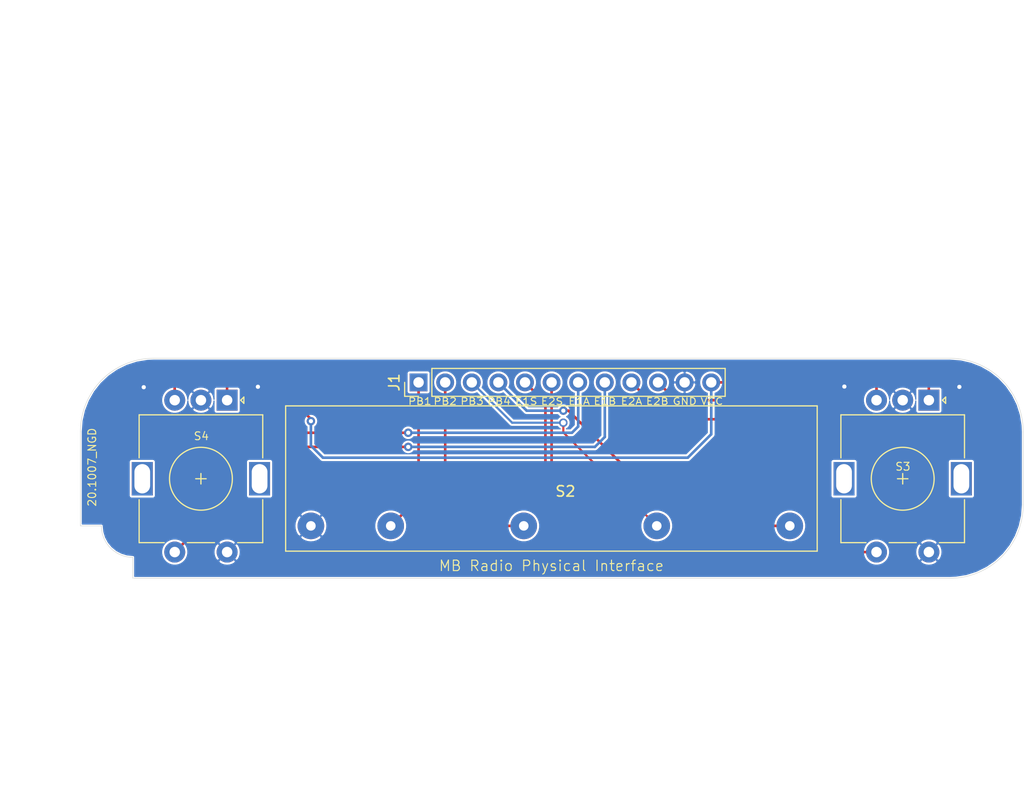
<source format=kicad_pcb>
(kicad_pcb (version 20171130) (host pcbnew "(5.1.6-0-10_14)")

  (general
    (thickness 1.6)
    (drawings 31)
    (tracks 98)
    (zones 0)
    (modules 16)
    (nets 17)
  )

  (page USLetter)
  (layers
    (0 F.Cu signal)
    (31 B.Cu signal)
    (32 B.Adhes user)
    (33 F.Adhes user)
    (34 B.Paste user)
    (35 F.Paste user)
    (36 B.SilkS user)
    (37 F.SilkS user)
    (38 B.Mask user)
    (39 F.Mask user)
    (40 Dwgs.User user)
    (41 Cmts.User user)
    (42 Eco1.User user)
    (43 Eco2.User user)
    (44 Edge.Cuts user)
    (45 Margin user)
    (46 B.CrtYd user)
    (47 F.CrtYd user)
    (48 B.Fab user)
    (49 F.Fab user)
  )

  (setup
    (last_trace_width 0.25)
    (trace_clearance 0.2)
    (zone_clearance 0.1)
    (zone_45_only no)
    (trace_min 0.2)
    (via_size 0.8)
    (via_drill 0.4)
    (via_min_size 0.4)
    (via_min_drill 0.3)
    (uvia_size 0.3)
    (uvia_drill 0.1)
    (uvias_allowed no)
    (uvia_min_size 0.2)
    (uvia_min_drill 0.1)
    (edge_width 0.05)
    (segment_width 0.2)
    (pcb_text_width 0.3)
    (pcb_text_size 1.5 1.5)
    (mod_edge_width 0.12)
    (mod_text_size 1 1)
    (mod_text_width 0.15)
    (pad_size 3.5 3.5)
    (pad_drill 2.5)
    (pad_to_mask_clearance 0.05)
    (aux_axis_origin 0 0)
    (visible_elements FFFFFF7F)
    (pcbplotparams
      (layerselection 0x010fc_ffffffff)
      (usegerberextensions false)
      (usegerberattributes true)
      (usegerberadvancedattributes true)
      (creategerberjobfile true)
      (excludeedgelayer true)
      (linewidth 0.100000)
      (plotframeref false)
      (viasonmask false)
      (mode 1)
      (useauxorigin false)
      (hpglpennumber 1)
      (hpglpenspeed 20)
      (hpglpendiameter 15.000000)
      (psnegative false)
      (psa4output false)
      (plotreference true)
      (plotvalue true)
      (plotinvisibletext false)
      (padsonsilk false)
      (subtractmaskfromsilk false)
      (outputformat 1)
      (mirror false)
      (drillshape 0)
      (scaleselection 1)
      (outputdirectory "Gerbers/"))
  )

  (net 0 "")
  (net 1 GND)
  (net 2 "Net-(J1-Pad2)")
  (net 3 "Net-(J1-Pad4)")
  (net 4 "Net-(J1-Pad3)")
  (net 5 "Net-(J1-Pad1)")
  (net 6 "Net-(J1-Pad5)")
  (net 7 "Net-(J1-Pad6)")
  (net 8 "Net-(C1-Pad2)")
  (net 9 "Net-(C2-Pad2)")
  (net 10 VCC)
  (net 11 "Net-(R1-Pad2)")
  (net 12 "Net-(R3-Pad2)")
  (net 13 "Net-(C3-Pad2)")
  (net 14 "Net-(C4-Pad2)")
  (net 15 "Net-(R5-Pad2)")
  (net 16 "Net-(R7-Pad2)")

  (net_class Default "This is the default net class."
    (clearance 0.2)
    (trace_width 0.25)
    (via_dia 0.8)
    (via_drill 0.4)
    (uvia_dia 0.3)
    (uvia_drill 0.1)
    (add_net GND)
    (add_net "Net-(C1-Pad2)")
    (add_net "Net-(C2-Pad2)")
    (add_net "Net-(C3-Pad2)")
    (add_net "Net-(C4-Pad2)")
    (add_net "Net-(J1-Pad1)")
    (add_net "Net-(J1-Pad4)")
    (add_net "Net-(J1-Pad5)")
    (add_net "Net-(J1-Pad6)")
    (add_net "Net-(R1-Pad2)")
    (add_net "Net-(R3-Pad2)")
    (add_net "Net-(R5-Pad2)")
    (add_net "Net-(R7-Pad2)")
    (add_net VCC)
  )

  (net_class "Digital Signal" ""
    (clearance 0.2)
    (trace_width 0.2)
    (via_dia 0.6)
    (via_drill 0.3)
    (uvia_dia 0.3)
    (uvia_drill 0.1)
    (add_net "Net-(J1-Pad2)")
    (add_net "Net-(J1-Pad3)")
  )

  (module Rotary_Encoder:RotaryEncoder_Alps_EC11E-Switch_Vertical_H20mm (layer F.Cu) (tedit 5A74C8CB) (tstamp 5F4C577D)
    (at 112.22 103.3 270)
    (descr "Alps rotary encoder, EC12E... with switch, vertical shaft, http://www.alps.com/prod/info/E/HTML/Encoder/Incremental/EC11/EC11E15204A3.html")
    (tags "rotary encoder")
    (path /5F79F1AE)
    (fp_text reference S3 (at 6.34 2.48 180) (layer F.SilkS)
      (effects (font (size 0.75 0.75) (thickness 0.1)))
    )
    (fp_text value Rotary_Encoder_Switch (at 7.5 10.4 90) (layer F.Fab) hide
      (effects (font (size 1 1) (thickness 0.15)))
    )
    (fp_line (start 7 2.5) (end 8 2.5) (layer F.SilkS) (width 0.12))
    (fp_line (start 7.5 2) (end 7.5 3) (layer F.SilkS) (width 0.12))
    (fp_line (start 13.6 6) (end 13.6 8.4) (layer F.SilkS) (width 0.12))
    (fp_line (start 13.6 1.2) (end 13.6 3.8) (layer F.SilkS) (width 0.12))
    (fp_line (start 13.6 -3.4) (end 13.6 -1) (layer F.SilkS) (width 0.12))
    (fp_line (start 4.5 2.5) (end 10.5 2.5) (layer F.Fab) (width 0.12))
    (fp_line (start 7.5 -0.5) (end 7.5 5.5) (layer F.Fab) (width 0.12))
    (fp_line (start 0.3 -1.6) (end 0 -1.3) (layer F.SilkS) (width 0.12))
    (fp_line (start -0.3 -1.6) (end 0.3 -1.6) (layer F.SilkS) (width 0.12))
    (fp_line (start 0 -1.3) (end -0.3 -1.6) (layer F.SilkS) (width 0.12))
    (fp_line (start 1.4 -3.4) (end 1.4 8.4) (layer F.SilkS) (width 0.12))
    (fp_line (start 5.5 -3.4) (end 1.4 -3.4) (layer F.SilkS) (width 0.12))
    (fp_line (start 5.5 8.4) (end 1.4 8.4) (layer F.SilkS) (width 0.12))
    (fp_line (start 13.6 8.4) (end 9.5 8.4) (layer F.SilkS) (width 0.12))
    (fp_line (start 9.5 -3.4) (end 13.6 -3.4) (layer F.SilkS) (width 0.12))
    (fp_line (start 1.5 -2.2) (end 2.5 -3.3) (layer F.Fab) (width 0.12))
    (fp_line (start 1.5 8.3) (end 1.5 -2.2) (layer F.Fab) (width 0.12))
    (fp_line (start 13.5 8.3) (end 1.5 8.3) (layer F.Fab) (width 0.12))
    (fp_line (start 13.5 -3.3) (end 13.5 8.3) (layer F.Fab) (width 0.12))
    (fp_line (start 2.5 -3.3) (end 13.5 -3.3) (layer F.Fab) (width 0.12))
    (fp_line (start -1.5 -4.6) (end 16 -4.6) (layer F.CrtYd) (width 0.05))
    (fp_line (start -1.5 -4.6) (end -1.5 9.6) (layer F.CrtYd) (width 0.05))
    (fp_line (start 16 9.6) (end 16 -4.6) (layer F.CrtYd) (width 0.05))
    (fp_line (start 16 9.6) (end -1.5 9.6) (layer F.CrtYd) (width 0.05))
    (fp_circle (center 7.5 2.5) (end 10.5 2.5) (layer F.SilkS) (width 0.12))
    (fp_circle (center 7.5 2.5) (end 10.5 2.5) (layer F.Fab) (width 0.12))
    (fp_text user %R (at 11.1 6.3 90) (layer F.Fab) hide
      (effects (font (size 1 1) (thickness 0.15)))
    )
    (pad S1 thru_hole circle (at 14.5 5 270) (size 2 2) (drill 1) (layers *.Cu *.Mask)
      (net 7 "Net-(J1-Pad6)"))
    (pad S2 thru_hole circle (at 14.5 0 270) (size 2 2) (drill 1) (layers *.Cu *.Mask)
      (net 1 GND))
    (pad MP thru_hole rect (at 7.5 8.1 270) (size 3.2 2) (drill oval 2.8 1.5) (layers *.Cu *.Mask))
    (pad MP thru_hole rect (at 7.5 -3.1 270) (size 3.2 2) (drill oval 2.8 1.5) (layers *.Cu *.Mask))
    (pad B thru_hole circle (at 0 5 270) (size 2 2) (drill 1) (layers *.Cu *.Mask)
      (net 11 "Net-(R1-Pad2)"))
    (pad C thru_hole circle (at 0 2.5 270) (size 2 2) (drill 1) (layers *.Cu *.Mask)
      (net 1 GND))
    (pad A thru_hole rect (at 0 0 270) (size 2 2) (drill 1) (layers *.Cu *.Mask)
      (net 12 "Net-(R3-Pad2)"))
    (model ${KIPRJMOD}/CustomLibrary/3D_Models/pec12r-4x20f-sxxxx.stp
      (offset (xyz 7.5 -2.5 0))
      (scale (xyz 1 1 1))
      (rotate (xyz -90 0 -90))
    )
  )

  (module Rotary_Encoder:RotaryEncoder_Alps_EC11E-Switch_Vertical_H20mm (layer F.Cu) (tedit 5A74C8CB) (tstamp 5F6D6CF7)
    (at 45.22 103.3 270)
    (descr "Alps rotary encoder, EC12E... with switch, vertical shaft, http://www.alps.com/prod/info/E/HTML/Encoder/Incremental/EC11/EC11E15204A3.html")
    (tags "rotary encoder")
    (path /5FBC7E84)
    (fp_text reference S4 (at 3.43 2.46 180) (layer F.SilkS)
      (effects (font (size 0.75 0.75) (thickness 0.1)))
    )
    (fp_text value Rotary_Encoder_Switch (at 7.5 10.4 90) (layer F.Fab) hide
      (effects (font (size 1 1) (thickness 0.15)))
    )
    (fp_circle (center 7.5 2.5) (end 10.5 2.5) (layer F.Fab) (width 0.12))
    (fp_circle (center 7.5 2.5) (end 10.5 2.5) (layer F.SilkS) (width 0.12))
    (fp_line (start 16 9.6) (end -1.5 9.6) (layer F.CrtYd) (width 0.05))
    (fp_line (start 16 9.6) (end 16 -4.6) (layer F.CrtYd) (width 0.05))
    (fp_line (start -1.5 -4.6) (end -1.5 9.6) (layer F.CrtYd) (width 0.05))
    (fp_line (start -1.5 -4.6) (end 16 -4.6) (layer F.CrtYd) (width 0.05))
    (fp_line (start 2.5 -3.3) (end 13.5 -3.3) (layer F.Fab) (width 0.12))
    (fp_line (start 13.5 -3.3) (end 13.5 8.3) (layer F.Fab) (width 0.12))
    (fp_line (start 13.5 8.3) (end 1.5 8.3) (layer F.Fab) (width 0.12))
    (fp_line (start 1.5 8.3) (end 1.5 -2.2) (layer F.Fab) (width 0.12))
    (fp_line (start 1.5 -2.2) (end 2.5 -3.3) (layer F.Fab) (width 0.12))
    (fp_line (start 9.5 -3.4) (end 13.6 -3.4) (layer F.SilkS) (width 0.12))
    (fp_line (start 13.6 8.4) (end 9.5 8.4) (layer F.SilkS) (width 0.12))
    (fp_line (start 5.5 8.4) (end 1.4 8.4) (layer F.SilkS) (width 0.12))
    (fp_line (start 5.5 -3.4) (end 1.4 -3.4) (layer F.SilkS) (width 0.12))
    (fp_line (start 1.4 -3.4) (end 1.4 8.4) (layer F.SilkS) (width 0.12))
    (fp_line (start 0 -1.3) (end -0.3 -1.6) (layer F.SilkS) (width 0.12))
    (fp_line (start -0.3 -1.6) (end 0.3 -1.6) (layer F.SilkS) (width 0.12))
    (fp_line (start 0.3 -1.6) (end 0 -1.3) (layer F.SilkS) (width 0.12))
    (fp_line (start 7.5 -0.5) (end 7.5 5.5) (layer F.Fab) (width 0.12))
    (fp_line (start 4.5 2.5) (end 10.5 2.5) (layer F.Fab) (width 0.12))
    (fp_line (start 13.6 -3.4) (end 13.6 -1) (layer F.SilkS) (width 0.12))
    (fp_line (start 13.6 1.2) (end 13.6 3.8) (layer F.SilkS) (width 0.12))
    (fp_line (start 13.6 6) (end 13.6 8.4) (layer F.SilkS) (width 0.12))
    (fp_line (start 7.5 2) (end 7.5 3) (layer F.SilkS) (width 0.12))
    (fp_line (start 7 2.5) (end 8 2.5) (layer F.SilkS) (width 0.12))
    (fp_text user %R (at 11.1 6.3 90) (layer F.Fab) hide
      (effects (font (size 1 1) (thickness 0.15)))
    )
    (pad S1 thru_hole circle (at 14.5 5 270) (size 2 2) (drill 1) (layers *.Cu *.Mask)
      (net 6 "Net-(J1-Pad5)"))
    (pad S2 thru_hole circle (at 14.5 0 270) (size 2 2) (drill 1) (layers *.Cu *.Mask)
      (net 1 GND))
    (pad MP thru_hole rect (at 7.5 8.1 270) (size 3.2 2) (drill oval 2.8 1.5) (layers *.Cu *.Mask))
    (pad MP thru_hole rect (at 7.5 -3.1 270) (size 3.2 2) (drill oval 2.8 1.5) (layers *.Cu *.Mask))
    (pad B thru_hole circle (at 0 5 270) (size 2 2) (drill 1) (layers *.Cu *.Mask)
      (net 15 "Net-(R5-Pad2)"))
    (pad C thru_hole circle (at 0 2.5 270) (size 2 2) (drill 1) (layers *.Cu *.Mask)
      (net 1 GND))
    (pad A thru_hole rect (at 0 0 270) (size 2 2) (drill 1) (layers *.Cu *.Mask)
      (net 16 "Net-(R7-Pad2)"))
    (model ${KIPRJMOD}/CustomLibrary/3D_Models/pec12r-4x20f-sxxxx.stp
      (offset (xyz 7.5 -2.75 0))
      (scale (xyz 0.9 1 1))
      (rotate (xyz -90 0 -90))
    )
  )

  (module Grayhill_87_Series:87FC3 (layer F.Cu) (tedit 5EEBDA4A) (tstamp 5F79EA44)
    (at 53.22 115.3)
    (path /5F7C0D9A)
    (fp_text reference S2 (at 24.3 -3.3) (layer F.SilkS)
      (effects (font (size 1 1) (thickness 0.15)))
    )
    (fp_text value 87FC3 (at 23.9 -5.2) (layer F.Fab) hide
      (effects (font (size 1 1) (thickness 0.15)))
    )
    (fp_line (start 48.3362 -11.4554) (end -2.413 -11.4554) (layer F.SilkS) (width 0.12))
    (fp_line (start 48.3362 2.413) (end 48.3362 -11.4554) (layer F.SilkS) (width 0.12))
    (fp_line (start -2.413 2.413) (end 48.3362 2.413) (layer F.SilkS) (width 0.12))
    (fp_line (start -2.413 -11.4554) (end -2.413 2.413) (layer F.SilkS) (width 0.12))
    (pad 1 thru_hole circle (at 0 0) (size 2.54 2.54) (drill 0.9144) (layers *.Cu *.Mask)
      (net 1 GND))
    (pad 2 thru_hole circle (at 7.62 0) (size 2.54 2.54) (drill 0.9144) (layers *.Cu *.Mask)
      (net 5 "Net-(J1-Pad1)"))
    (pad 3 thru_hole circle (at 20.32 0) (size 2.54 2.54) (drill 0.9144) (layers *.Cu *.Mask)
      (net 2 "Net-(J1-Pad2)"))
    (pad 4 thru_hole circle (at 33.02 0) (size 2.54 2.54) (drill 0.9144) (layers *.Cu *.Mask)
      (net 4 "Net-(J1-Pad3)"))
    (pad 5 thru_hole circle (at 45.72 0) (size 2.54 2.54) (drill 0.9144) (layers *.Cu *.Mask)
      (net 3 "Net-(J1-Pad4)"))
    (model ${KIPRJMOD}/CustomLibrary/Grayhill_87_Series/87FC3.stp
      (offset (xyz 7.5 0 0))
      (scale (xyz 1 1 1))
      (rotate (xyz 0 0 180))
    )
  )

  (module Capacitor_SMD:C_0402_1005Metric (layer F.Cu) (tedit 5B301BBE) (tstamp 5F847A9B)
    (at 104.65 101)
    (descr "Capacitor SMD 0402 (1005 Metric), square (rectangular) end terminal, IPC_7351 nominal, (Body size source: http://www.tortai-tech.com/upload/download/2011102023233369053.pdf), generated with kicad-footprint-generator")
    (tags capacitor)
    (path /5F84FD2A)
    (attr smd)
    (fp_text reference C1 (at 0 -1.17) (layer F.SilkS) hide
      (effects (font (size 1 1) (thickness 0.15)))
    )
    (fp_text value 0.01µF (at 0 1.17) (layer F.Fab) hide
      (effects (font (size 1 1) (thickness 0.15)))
    )
    (fp_line (start -0.5 0.25) (end -0.5 -0.25) (layer F.Fab) (width 0.1))
    (fp_line (start -0.5 -0.25) (end 0.5 -0.25) (layer F.Fab) (width 0.1))
    (fp_line (start 0.5 -0.25) (end 0.5 0.25) (layer F.Fab) (width 0.1))
    (fp_line (start 0.5 0.25) (end -0.5 0.25) (layer F.Fab) (width 0.1))
    (fp_line (start -0.93 0.47) (end -0.93 -0.47) (layer F.CrtYd) (width 0.05))
    (fp_line (start -0.93 -0.47) (end 0.93 -0.47) (layer F.CrtYd) (width 0.05))
    (fp_line (start 0.93 -0.47) (end 0.93 0.47) (layer F.CrtYd) (width 0.05))
    (fp_line (start 0.93 0.47) (end -0.93 0.47) (layer F.CrtYd) (width 0.05))
    (fp_text user %R (at 0 0) (layer F.Fab)
      (effects (font (size 0.25 0.25) (thickness 0.04)))
    )
    (pad 1 smd roundrect (at -0.485 0) (size 0.59 0.64) (layers F.Cu F.Paste F.Mask) (roundrect_rratio 0.25)
      (net 1 GND))
    (pad 2 smd roundrect (at 0.485 0) (size 0.59 0.64) (layers F.Cu F.Paste F.Mask) (roundrect_rratio 0.25)
      (net 8 "Net-(C1-Pad2)"))
    (model ${KISYS3DMOD}/Capacitor_SMD.3dshapes/C_0402_1005Metric.wrl
      (at (xyz 0 0 0))
      (scale (xyz 1 1 1))
      (rotate (xyz 0 0 0))
    )
  )

  (module Capacitor_SMD:C_0402_1005Metric (layer F.Cu) (tedit 5B301BBE) (tstamp 5F847AAA)
    (at 114.65 101 180)
    (descr "Capacitor SMD 0402 (1005 Metric), square (rectangular) end terminal, IPC_7351 nominal, (Body size source: http://www.tortai-tech.com/upload/download/2011102023233369053.pdf), generated with kicad-footprint-generator")
    (tags capacitor)
    (path /5F8536E5)
    (attr smd)
    (fp_text reference C2 (at 0 -1.17) (layer F.SilkS) hide
      (effects (font (size 1 1) (thickness 0.15)))
    )
    (fp_text value 0.01µF (at 0 1.17) (layer F.Fab) hide
      (effects (font (size 1 1) (thickness 0.15)))
    )
    (fp_line (start 0.93 0.47) (end -0.93 0.47) (layer F.CrtYd) (width 0.05))
    (fp_line (start 0.93 -0.47) (end 0.93 0.47) (layer F.CrtYd) (width 0.05))
    (fp_line (start -0.93 -0.47) (end 0.93 -0.47) (layer F.CrtYd) (width 0.05))
    (fp_line (start -0.93 0.47) (end -0.93 -0.47) (layer F.CrtYd) (width 0.05))
    (fp_line (start 0.5 0.25) (end -0.5 0.25) (layer F.Fab) (width 0.1))
    (fp_line (start 0.5 -0.25) (end 0.5 0.25) (layer F.Fab) (width 0.1))
    (fp_line (start -0.5 -0.25) (end 0.5 -0.25) (layer F.Fab) (width 0.1))
    (fp_line (start -0.5 0.25) (end -0.5 -0.25) (layer F.Fab) (width 0.1))
    (fp_text user %R (at 0 0) (layer F.Fab)
      (effects (font (size 0.25 0.25) (thickness 0.04)))
    )
    (pad 2 smd roundrect (at 0.485 0 180) (size 0.59 0.64) (layers F.Cu F.Paste F.Mask) (roundrect_rratio 0.25)
      (net 9 "Net-(C2-Pad2)"))
    (pad 1 smd roundrect (at -0.485 0 180) (size 0.59 0.64) (layers F.Cu F.Paste F.Mask) (roundrect_rratio 0.25)
      (net 1 GND))
    (model ${KISYS3DMOD}/Capacitor_SMD.3dshapes/C_0402_1005Metric.wrl
      (at (xyz 0 0 0))
      (scale (xyz 1 1 1))
      (rotate (xyz 0 0 0))
    )
  )

  (module Resistor_SMD:R_0402_1005Metric (layer F.Cu) (tedit 5B301BBD) (tstamp 5F847AB9)
    (at 108.78 101 180)
    (descr "Resistor SMD 0402 (1005 Metric), square (rectangular) end terminal, IPC_7351 nominal, (Body size source: http://www.tortai-tech.com/upload/download/2011102023233369053.pdf), generated with kicad-footprint-generator")
    (tags resistor)
    (path /5F850DE9)
    (attr smd)
    (fp_text reference R1 (at 0 -1.17) (layer F.SilkS) hide
      (effects (font (size 1 1) (thickness 0.15)))
    )
    (fp_text value 10kΩ (at 0 1.17) (layer F.Fab) hide
      (effects (font (size 1 1) (thickness 0.15)))
    )
    (fp_line (start -0.5 0.25) (end -0.5 -0.25) (layer F.Fab) (width 0.1))
    (fp_line (start -0.5 -0.25) (end 0.5 -0.25) (layer F.Fab) (width 0.1))
    (fp_line (start 0.5 -0.25) (end 0.5 0.25) (layer F.Fab) (width 0.1))
    (fp_line (start 0.5 0.25) (end -0.5 0.25) (layer F.Fab) (width 0.1))
    (fp_line (start -0.93 0.47) (end -0.93 -0.47) (layer F.CrtYd) (width 0.05))
    (fp_line (start -0.93 -0.47) (end 0.93 -0.47) (layer F.CrtYd) (width 0.05))
    (fp_line (start 0.93 -0.47) (end 0.93 0.47) (layer F.CrtYd) (width 0.05))
    (fp_line (start 0.93 0.47) (end -0.93 0.47) (layer F.CrtYd) (width 0.05))
    (fp_text user %R (at 0 0) (layer F.Fab)
      (effects (font (size 0.25 0.25) (thickness 0.04)))
    )
    (pad 1 smd roundrect (at -0.485 0 180) (size 0.59 0.64) (layers F.Cu F.Paste F.Mask) (roundrect_rratio 0.25)
      (net 10 VCC))
    (pad 2 smd roundrect (at 0.485 0 180) (size 0.59 0.64) (layers F.Cu F.Paste F.Mask) (roundrect_rratio 0.25)
      (net 11 "Net-(R1-Pad2)"))
    (model ${KISYS3DMOD}/Resistor_SMD.3dshapes/R_0402_1005Metric.wrl
      (at (xyz 0 0 0))
      (scale (xyz 1 1 1))
      (rotate (xyz 0 0 0))
    )
  )

  (module Resistor_SMD:R_0402_1005Metric (layer F.Cu) (tedit 5B301BBD) (tstamp 5F847AC8)
    (at 106.73 101)
    (descr "Resistor SMD 0402 (1005 Metric), square (rectangular) end terminal, IPC_7351 nominal, (Body size source: http://www.tortai-tech.com/upload/download/2011102023233369053.pdf), generated with kicad-footprint-generator")
    (tags resistor)
    (path /5F853092)
    (attr smd)
    (fp_text reference R2 (at 0 -1.17) (layer F.SilkS) hide
      (effects (font (size 1 1) (thickness 0.15)))
    )
    (fp_text value 10kΩ (at 0 1.17) (layer F.Fab) hide
      (effects (font (size 1 1) (thickness 0.15)))
    )
    (fp_line (start 0.93 0.47) (end -0.93 0.47) (layer F.CrtYd) (width 0.05))
    (fp_line (start 0.93 -0.47) (end 0.93 0.47) (layer F.CrtYd) (width 0.05))
    (fp_line (start -0.93 -0.47) (end 0.93 -0.47) (layer F.CrtYd) (width 0.05))
    (fp_line (start -0.93 0.47) (end -0.93 -0.47) (layer F.CrtYd) (width 0.05))
    (fp_line (start 0.5 0.25) (end -0.5 0.25) (layer F.Fab) (width 0.1))
    (fp_line (start 0.5 -0.25) (end 0.5 0.25) (layer F.Fab) (width 0.1))
    (fp_line (start -0.5 -0.25) (end 0.5 -0.25) (layer F.Fab) (width 0.1))
    (fp_line (start -0.5 0.25) (end -0.5 -0.25) (layer F.Fab) (width 0.1))
    (fp_text user %R (at 0 0) (layer F.Fab)
      (effects (font (size 0.25 0.25) (thickness 0.04)))
    )
    (pad 2 smd roundrect (at 0.485 0) (size 0.59 0.64) (layers F.Cu F.Paste F.Mask) (roundrect_rratio 0.25)
      (net 11 "Net-(R1-Pad2)"))
    (pad 1 smd roundrect (at -0.485 0) (size 0.59 0.64) (layers F.Cu F.Paste F.Mask) (roundrect_rratio 0.25)
      (net 8 "Net-(C1-Pad2)"))
    (model ${KISYS3DMOD}/Resistor_SMD.3dshapes/R_0402_1005Metric.wrl
      (at (xyz 0 0 0))
      (scale (xyz 1 1 1))
      (rotate (xyz 0 0 0))
    )
  )

  (module Resistor_SMD:R_0402_1005Metric (layer F.Cu) (tedit 5B301BBD) (tstamp 5F847AD7)
    (at 110.73 101)
    (descr "Resistor SMD 0402 (1005 Metric), square (rectangular) end terminal, IPC_7351 nominal, (Body size source: http://www.tortai-tech.com/upload/download/2011102023233369053.pdf), generated with kicad-footprint-generator")
    (tags resistor)
    (path /5F86744A)
    (attr smd)
    (fp_text reference R3 (at 4.124999 1.194999) (layer F.SilkS) hide
      (effects (font (size 1 1) (thickness 0.15)))
    )
    (fp_text value 10kΩ (at 0 1.17) (layer F.Fab) hide
      (effects (font (size 1 1) (thickness 0.15)))
    )
    (fp_line (start 0.93 0.47) (end -0.93 0.47) (layer F.CrtYd) (width 0.05))
    (fp_line (start 0.93 -0.47) (end 0.93 0.47) (layer F.CrtYd) (width 0.05))
    (fp_line (start -0.93 -0.47) (end 0.93 -0.47) (layer F.CrtYd) (width 0.05))
    (fp_line (start -0.93 0.47) (end -0.93 -0.47) (layer F.CrtYd) (width 0.05))
    (fp_line (start 0.5 0.25) (end -0.5 0.25) (layer F.Fab) (width 0.1))
    (fp_line (start 0.5 -0.25) (end 0.5 0.25) (layer F.Fab) (width 0.1))
    (fp_line (start -0.5 -0.25) (end 0.5 -0.25) (layer F.Fab) (width 0.1))
    (fp_line (start -0.5 0.25) (end -0.5 -0.25) (layer F.Fab) (width 0.1))
    (fp_text user %R (at 0 0) (layer F.Fab)
      (effects (font (size 0.25 0.25) (thickness 0.04)))
    )
    (pad 2 smd roundrect (at 0.485 0) (size 0.59 0.64) (layers F.Cu F.Paste F.Mask) (roundrect_rratio 0.25)
      (net 12 "Net-(R3-Pad2)"))
    (pad 1 smd roundrect (at -0.485 0) (size 0.59 0.64) (layers F.Cu F.Paste F.Mask) (roundrect_rratio 0.25)
      (net 10 VCC))
    (model ${KISYS3DMOD}/Resistor_SMD.3dshapes/R_0402_1005Metric.wrl
      (at (xyz 0 0 0))
      (scale (xyz 1 1 1))
      (rotate (xyz 0 0 0))
    )
  )

  (module Resistor_SMD:R_0402_1005Metric (layer F.Cu) (tedit 5B301BBD) (tstamp 5F847AE6)
    (at 112.7 101)
    (descr "Resistor SMD 0402 (1005 Metric), square (rectangular) end terminal, IPC_7351 nominal, (Body size source: http://www.tortai-tech.com/upload/download/2011102023233369053.pdf), generated with kicad-footprint-generator")
    (tags resistor)
    (path /5F8631E9)
    (attr smd)
    (fp_text reference R4 (at 0 -1.17) (layer F.SilkS) hide
      (effects (font (size 1 1) (thickness 0.15)))
    )
    (fp_text value 10kΩ (at 0 1.17) (layer F.Fab) hide
      (effects (font (size 1 1) (thickness 0.15)))
    )
    (fp_line (start -0.5 0.25) (end -0.5 -0.25) (layer F.Fab) (width 0.1))
    (fp_line (start -0.5 -0.25) (end 0.5 -0.25) (layer F.Fab) (width 0.1))
    (fp_line (start 0.5 -0.25) (end 0.5 0.25) (layer F.Fab) (width 0.1))
    (fp_line (start 0.5 0.25) (end -0.5 0.25) (layer F.Fab) (width 0.1))
    (fp_line (start -0.93 0.47) (end -0.93 -0.47) (layer F.CrtYd) (width 0.05))
    (fp_line (start -0.93 -0.47) (end 0.93 -0.47) (layer F.CrtYd) (width 0.05))
    (fp_line (start 0.93 -0.47) (end 0.93 0.47) (layer F.CrtYd) (width 0.05))
    (fp_line (start 0.93 0.47) (end -0.93 0.47) (layer F.CrtYd) (width 0.05))
    (fp_text user %R (at 0 0) (layer F.Fab)
      (effects (font (size 0.25 0.25) (thickness 0.04)))
    )
    (pad 1 smd roundrect (at -0.485 0) (size 0.59 0.64) (layers F.Cu F.Paste F.Mask) (roundrect_rratio 0.25)
      (net 12 "Net-(R3-Pad2)"))
    (pad 2 smd roundrect (at 0.485 0) (size 0.59 0.64) (layers F.Cu F.Paste F.Mask) (roundrect_rratio 0.25)
      (net 9 "Net-(C2-Pad2)"))
    (model ${KISYS3DMOD}/Resistor_SMD.3dshapes/R_0402_1005Metric.wrl
      (at (xyz 0 0 0))
      (scale (xyz 1 1 1))
      (rotate (xyz 0 0 0))
    )
  )

  (module Connector_PinHeader_2.54mm:PinHeader_1x12_P2.54mm_Vertical (layer F.Cu) (tedit 59FED5CC) (tstamp 5F847C11)
    (at 63.5 101.6 90)
    (descr "Through hole straight pin header, 1x12, 2.54mm pitch, single row")
    (tags "Through hole pin header THT 1x12 2.54mm single row")
    (path /5F8E70F7)
    (fp_text reference J1 (at 0 -2.33 90) (layer F.SilkS)
      (effects (font (size 1 1) (thickness 0.15)))
    )
    (fp_text value Conn_01x12_Male (at 0 30.27 90) (layer F.Fab) hide
      (effects (font (size 1 1) (thickness 0.15)))
    )
    (fp_line (start -0.635 -1.27) (end 1.27 -1.27) (layer F.Fab) (width 0.1))
    (fp_line (start 1.27 -1.27) (end 1.27 29.21) (layer F.Fab) (width 0.1))
    (fp_line (start 1.27 29.21) (end -1.27 29.21) (layer F.Fab) (width 0.1))
    (fp_line (start -1.27 29.21) (end -1.27 -0.635) (layer F.Fab) (width 0.1))
    (fp_line (start -1.27 -0.635) (end -0.635 -1.27) (layer F.Fab) (width 0.1))
    (fp_line (start -1.33 29.27) (end 1.33 29.27) (layer F.SilkS) (width 0.12))
    (fp_line (start -1.33 1.27) (end -1.33 29.27) (layer F.SilkS) (width 0.12))
    (fp_line (start 1.33 1.27) (end 1.33 29.27) (layer F.SilkS) (width 0.12))
    (fp_line (start -1.33 1.27) (end 1.33 1.27) (layer F.SilkS) (width 0.12))
    (fp_line (start -1.33 0) (end -1.33 -1.33) (layer F.SilkS) (width 0.12))
    (fp_line (start -1.33 -1.33) (end 0 -1.33) (layer F.SilkS) (width 0.12))
    (fp_line (start -1.8 -1.8) (end -1.8 29.75) (layer F.CrtYd) (width 0.05))
    (fp_line (start -1.8 29.75) (end 1.8 29.75) (layer F.CrtYd) (width 0.05))
    (fp_line (start 1.8 29.75) (end 1.8 -1.8) (layer F.CrtYd) (width 0.05))
    (fp_line (start 1.8 -1.8) (end -1.8 -1.8) (layer F.CrtYd) (width 0.05))
    (fp_text user %R (at 0 13.97) (layer F.Fab)
      (effects (font (size 1 1) (thickness 0.15)))
    )
    (pad 1 thru_hole rect (at 0 0 90) (size 1.7 1.7) (drill 1) (layers *.Cu *.Mask)
      (net 5 "Net-(J1-Pad1)"))
    (pad 2 thru_hole oval (at 0 2.54 90) (size 1.7 1.7) (drill 1) (layers *.Cu *.Mask)
      (net 2 "Net-(J1-Pad2)"))
    (pad 3 thru_hole oval (at 0 5.08 90) (size 1.7 1.7) (drill 1) (layers *.Cu *.Mask)
      (net 4 "Net-(J1-Pad3)"))
    (pad 4 thru_hole oval (at 0 7.62 90) (size 1.7 1.7) (drill 1) (layers *.Cu *.Mask)
      (net 3 "Net-(J1-Pad4)"))
    (pad 5 thru_hole oval (at 0 10.16 90) (size 1.7 1.7) (drill 1) (layers *.Cu *.Mask)
      (net 6 "Net-(J1-Pad5)"))
    (pad 6 thru_hole oval (at 0 12.7 90) (size 1.7 1.7) (drill 1) (layers *.Cu *.Mask)
      (net 7 "Net-(J1-Pad6)"))
    (pad 7 thru_hole oval (at 0 15.24 90) (size 1.7 1.7) (drill 1) (layers *.Cu *.Mask)
      (net 14 "Net-(C4-Pad2)"))
    (pad 8 thru_hole oval (at 0 17.78 90) (size 1.7 1.7) (drill 1) (layers *.Cu *.Mask)
      (net 13 "Net-(C3-Pad2)"))
    (pad 9 thru_hole oval (at 0 20.32 90) (size 1.7 1.7) (drill 1) (layers *.Cu *.Mask)
      (net 9 "Net-(C2-Pad2)"))
    (pad 10 thru_hole oval (at 0 22.86 90) (size 1.7 1.7) (drill 1) (layers *.Cu *.Mask)
      (net 8 "Net-(C1-Pad2)"))
    (pad 11 thru_hole oval (at 0 25.4 90) (size 1.7 1.7) (drill 1) (layers *.Cu *.Mask)
      (net 1 GND))
    (pad 12 thru_hole oval (at 0 27.94 90) (size 1.7 1.7) (drill 1) (layers *.Cu *.Mask)
      (net 10 VCC))
    (model ${KISYS3DMOD}/Connector_PinHeader_2.54mm.3dshapes/PinHeader_1x12_P2.54mm_Vertical.wrl
      (at (xyz 0 0 0))
      (scale (xyz 1 1 1))
      (rotate (xyz 0 0 0))
    )
  )

  (module Capacitor_SMD:C_0402_1005Metric (layer F.Cu) (tedit 5B301BBE) (tstamp 5F8488BB)
    (at 37.76 101)
    (descr "Capacitor SMD 0402 (1005 Metric), square (rectangular) end terminal, IPC_7351 nominal, (Body size source: http://www.tortai-tech.com/upload/download/2011102023233369053.pdf), generated with kicad-footprint-generator")
    (tags capacitor)
    (path /5F923E05)
    (attr smd)
    (fp_text reference C3 (at 0 -1.17) (layer F.SilkS) hide
      (effects (font (size 1 1) (thickness 0.15)))
    )
    (fp_text value 0.01µF (at 0 1.17) (layer F.Fab) hide
      (effects (font (size 1 1) (thickness 0.15)))
    )
    (fp_line (start 0.93 0.47) (end -0.93 0.47) (layer F.CrtYd) (width 0.05))
    (fp_line (start 0.93 -0.47) (end 0.93 0.47) (layer F.CrtYd) (width 0.05))
    (fp_line (start -0.93 -0.47) (end 0.93 -0.47) (layer F.CrtYd) (width 0.05))
    (fp_line (start -0.93 0.47) (end -0.93 -0.47) (layer F.CrtYd) (width 0.05))
    (fp_line (start 0.5 0.25) (end -0.5 0.25) (layer F.Fab) (width 0.1))
    (fp_line (start 0.5 -0.25) (end 0.5 0.25) (layer F.Fab) (width 0.1))
    (fp_line (start -0.5 -0.25) (end 0.5 -0.25) (layer F.Fab) (width 0.1))
    (fp_line (start -0.5 0.25) (end -0.5 -0.25) (layer F.Fab) (width 0.1))
    (fp_text user %R (at 0 0) (layer F.Fab)
      (effects (font (size 0.25 0.25) (thickness 0.04)))
    )
    (pad 2 smd roundrect (at 0.485 0) (size 0.59 0.64) (layers F.Cu F.Paste F.Mask) (roundrect_rratio 0.25)
      (net 13 "Net-(C3-Pad2)"))
    (pad 1 smd roundrect (at -0.485 0) (size 0.59 0.64) (layers F.Cu F.Paste F.Mask) (roundrect_rratio 0.25)
      (net 1 GND))
    (model ${KISYS3DMOD}/Capacitor_SMD.3dshapes/C_0402_1005Metric.wrl
      (at (xyz 0 0 0))
      (scale (xyz 1 1 1))
      (rotate (xyz 0 0 0))
    )
  )

  (module Capacitor_SMD:C_0402_1005Metric (layer F.Cu) (tedit 5B301BBE) (tstamp 5F8488CA)
    (at 47.65 101 180)
    (descr "Capacitor SMD 0402 (1005 Metric), square (rectangular) end terminal, IPC_7351 nominal, (Body size source: http://www.tortai-tech.com/upload/download/2011102023233369053.pdf), generated with kicad-footprint-generator")
    (tags capacitor)
    (path /5F923DFB)
    (attr smd)
    (fp_text reference C4 (at 0 -1.17) (layer F.SilkS) hide
      (effects (font (size 1 1) (thickness 0.15)))
    )
    (fp_text value 0.01µF (at 0 1.17) (layer F.Fab) hide
      (effects (font (size 1 1) (thickness 0.15)))
    )
    (fp_line (start -0.5 0.25) (end -0.5 -0.25) (layer F.Fab) (width 0.1))
    (fp_line (start -0.5 -0.25) (end 0.5 -0.25) (layer F.Fab) (width 0.1))
    (fp_line (start 0.5 -0.25) (end 0.5 0.25) (layer F.Fab) (width 0.1))
    (fp_line (start 0.5 0.25) (end -0.5 0.25) (layer F.Fab) (width 0.1))
    (fp_line (start -0.93 0.47) (end -0.93 -0.47) (layer F.CrtYd) (width 0.05))
    (fp_line (start -0.93 -0.47) (end 0.93 -0.47) (layer F.CrtYd) (width 0.05))
    (fp_line (start 0.93 -0.47) (end 0.93 0.47) (layer F.CrtYd) (width 0.05))
    (fp_line (start 0.93 0.47) (end -0.93 0.47) (layer F.CrtYd) (width 0.05))
    (fp_text user %R (at 0 0) (layer F.Fab)
      (effects (font (size 0.25 0.25) (thickness 0.04)))
    )
    (pad 1 smd roundrect (at -0.485 0 180) (size 0.59 0.64) (layers F.Cu F.Paste F.Mask) (roundrect_rratio 0.25)
      (net 1 GND))
    (pad 2 smd roundrect (at 0.485 0 180) (size 0.59 0.64) (layers F.Cu F.Paste F.Mask) (roundrect_rratio 0.25)
      (net 14 "Net-(C4-Pad2)"))
    (model ${KISYS3DMOD}/Capacitor_SMD.3dshapes/C_0402_1005Metric.wrl
      (at (xyz 0 0 0))
      (scale (xyz 1 1 1))
      (rotate (xyz 0 0 0))
    )
  )

  (module Resistor_SMD:R_0402_1005Metric (layer F.Cu) (tedit 5B301BBD) (tstamp 5F8488D9)
    (at 41.68 101 180)
    (descr "Resistor SMD 0402 (1005 Metric), square (rectangular) end terminal, IPC_7351 nominal, (Body size source: http://www.tortai-tech.com/upload/download/2011102023233369053.pdf), generated with kicad-footprint-generator")
    (tags resistor)
    (path /5F90676A)
    (attr smd)
    (fp_text reference R5 (at 0 -1.17) (layer F.SilkS) hide
      (effects (font (size 1 1) (thickness 0.15)))
    )
    (fp_text value 10kΩ (at 0 1.17) (layer F.Fab) hide
      (effects (font (size 1 1) (thickness 0.15)))
    )
    (fp_line (start -0.5 0.25) (end -0.5 -0.25) (layer F.Fab) (width 0.1))
    (fp_line (start -0.5 -0.25) (end 0.5 -0.25) (layer F.Fab) (width 0.1))
    (fp_line (start 0.5 -0.25) (end 0.5 0.25) (layer F.Fab) (width 0.1))
    (fp_line (start 0.5 0.25) (end -0.5 0.25) (layer F.Fab) (width 0.1))
    (fp_line (start -0.93 0.47) (end -0.93 -0.47) (layer F.CrtYd) (width 0.05))
    (fp_line (start -0.93 -0.47) (end 0.93 -0.47) (layer F.CrtYd) (width 0.05))
    (fp_line (start 0.93 -0.47) (end 0.93 0.47) (layer F.CrtYd) (width 0.05))
    (fp_line (start 0.93 0.47) (end -0.93 0.47) (layer F.CrtYd) (width 0.05))
    (fp_text user %R (at 0 0) (layer F.Fab)
      (effects (font (size 0.25 0.25) (thickness 0.04)))
    )
    (pad 1 smd roundrect (at -0.485 0 180) (size 0.59 0.64) (layers F.Cu F.Paste F.Mask) (roundrect_rratio 0.25)
      (net 10 VCC))
    (pad 2 smd roundrect (at 0.485 0 180) (size 0.59 0.64) (layers F.Cu F.Paste F.Mask) (roundrect_rratio 0.25)
      (net 15 "Net-(R5-Pad2)"))
    (model ${KISYS3DMOD}/Resistor_SMD.3dshapes/R_0402_1005Metric.wrl
      (at (xyz 0 0 0))
      (scale (xyz 1 1 1))
      (rotate (xyz 0 0 0))
    )
  )

  (module Resistor_SMD:R_0402_1005Metric (layer F.Cu) (tedit 5B301BBD) (tstamp 5F8488E8)
    (at 39.73 101)
    (descr "Resistor SMD 0402 (1005 Metric), square (rectangular) end terminal, IPC_7351 nominal, (Body size source: http://www.tortai-tech.com/upload/download/2011102023233369053.pdf), generated with kicad-footprint-generator")
    (tags resistor)
    (path /5F913015)
    (attr smd)
    (fp_text reference R6 (at 0 -1.17) (layer F.SilkS) hide
      (effects (font (size 1 1) (thickness 0.15)))
    )
    (fp_text value 10kΩ (at 0 1.17) (layer F.Fab) hide
      (effects (font (size 1 1) (thickness 0.15)))
    )
    (fp_line (start -0.5 0.25) (end -0.5 -0.25) (layer F.Fab) (width 0.1))
    (fp_line (start -0.5 -0.25) (end 0.5 -0.25) (layer F.Fab) (width 0.1))
    (fp_line (start 0.5 -0.25) (end 0.5 0.25) (layer F.Fab) (width 0.1))
    (fp_line (start 0.5 0.25) (end -0.5 0.25) (layer F.Fab) (width 0.1))
    (fp_line (start -0.93 0.47) (end -0.93 -0.47) (layer F.CrtYd) (width 0.05))
    (fp_line (start -0.93 -0.47) (end 0.93 -0.47) (layer F.CrtYd) (width 0.05))
    (fp_line (start 0.93 -0.47) (end 0.93 0.47) (layer F.CrtYd) (width 0.05))
    (fp_line (start 0.93 0.47) (end -0.93 0.47) (layer F.CrtYd) (width 0.05))
    (fp_text user %R (at 0 0.05) (layer F.Fab)
      (effects (font (size 0.25 0.25) (thickness 0.04)))
    )
    (pad 1 smd roundrect (at -0.485 0) (size 0.59 0.64) (layers F.Cu F.Paste F.Mask) (roundrect_rratio 0.25)
      (net 13 "Net-(C3-Pad2)"))
    (pad 2 smd roundrect (at 0.485 0) (size 0.59 0.64) (layers F.Cu F.Paste F.Mask) (roundrect_rratio 0.25)
      (net 15 "Net-(R5-Pad2)"))
    (model ${KISYS3DMOD}/Resistor_SMD.3dshapes/R_0402_1005Metric.wrl
      (at (xyz 0 0 0))
      (scale (xyz 1 1 1))
      (rotate (xyz 0 0 0))
    )
  )

  (module Resistor_SMD:R_0402_1005Metric (layer F.Cu) (tedit 5B301BBD) (tstamp 5F8488F7)
    (at 43.61 101)
    (descr "Resistor SMD 0402 (1005 Metric), square (rectangular) end terminal, IPC_7351 nominal, (Body size source: http://www.tortai-tech.com/upload/download/2011102023233369053.pdf), generated with kicad-footprint-generator")
    (tags resistor)
    (path /5F906776)
    (attr smd)
    (fp_text reference R7 (at 0 -1.17) (layer F.SilkS) hide
      (effects (font (size 1 1) (thickness 0.15)))
    )
    (fp_text value 10kΩ (at 0 1.17) (layer F.Fab) hide
      (effects (font (size 1 1) (thickness 0.15)))
    )
    (fp_line (start 0.93 0.47) (end -0.93 0.47) (layer F.CrtYd) (width 0.05))
    (fp_line (start 0.93 -0.47) (end 0.93 0.47) (layer F.CrtYd) (width 0.05))
    (fp_line (start -0.93 -0.47) (end 0.93 -0.47) (layer F.CrtYd) (width 0.05))
    (fp_line (start -0.93 0.47) (end -0.93 -0.47) (layer F.CrtYd) (width 0.05))
    (fp_line (start 0.5 0.25) (end -0.5 0.25) (layer F.Fab) (width 0.1))
    (fp_line (start 0.5 -0.25) (end 0.5 0.25) (layer F.Fab) (width 0.1))
    (fp_line (start -0.5 -0.25) (end 0.5 -0.25) (layer F.Fab) (width 0.1))
    (fp_line (start -0.5 0.25) (end -0.5 -0.25) (layer F.Fab) (width 0.1))
    (fp_text user %R (at 0 0) (layer F.Fab)
      (effects (font (size 0.25 0.25) (thickness 0.04)))
    )
    (pad 2 smd roundrect (at 0.485 0) (size 0.59 0.64) (layers F.Cu F.Paste F.Mask) (roundrect_rratio 0.25)
      (net 16 "Net-(R7-Pad2)"))
    (pad 1 smd roundrect (at -0.485 0) (size 0.59 0.64) (layers F.Cu F.Paste F.Mask) (roundrect_rratio 0.25)
      (net 10 VCC))
    (model ${KISYS3DMOD}/Resistor_SMD.3dshapes/R_0402_1005Metric.wrl
      (at (xyz 0 0 0))
      (scale (xyz 1 1 1))
      (rotate (xyz 0 0 0))
    )
  )

  (module Resistor_SMD:R_0402_1005Metric (layer F.Cu) (tedit 5B301BBD) (tstamp 5F848906)
    (at 45.7 101)
    (descr "Resistor SMD 0402 (1005 Metric), square (rectangular) end terminal, IPC_7351 nominal, (Body size source: http://www.tortai-tech.com/upload/download/2011102023233369053.pdf), generated with kicad-footprint-generator")
    (tags resistor)
    (path /5F913020)
    (attr smd)
    (fp_text reference R8 (at 0 -1.17) (layer F.SilkS) hide
      (effects (font (size 1 1) (thickness 0.15)))
    )
    (fp_text value 10kΩ (at 0 1.17) (layer F.Fab) hide
      (effects (font (size 1 1) (thickness 0.15)))
    )
    (fp_line (start 0.93 0.47) (end -0.93 0.47) (layer F.CrtYd) (width 0.05))
    (fp_line (start 0.93 -0.47) (end 0.93 0.47) (layer F.CrtYd) (width 0.05))
    (fp_line (start -0.93 -0.47) (end 0.93 -0.47) (layer F.CrtYd) (width 0.05))
    (fp_line (start -0.93 0.47) (end -0.93 -0.47) (layer F.CrtYd) (width 0.05))
    (fp_line (start 0.5 0.25) (end -0.5 0.25) (layer F.Fab) (width 0.1))
    (fp_line (start 0.5 -0.25) (end 0.5 0.25) (layer F.Fab) (width 0.1))
    (fp_line (start -0.5 -0.25) (end 0.5 -0.25) (layer F.Fab) (width 0.1))
    (fp_line (start -0.5 0.25) (end -0.5 -0.25) (layer F.Fab) (width 0.1))
    (fp_text user %R (at 0 0) (layer F.Fab)
      (effects (font (size 0.25 0.25) (thickness 0.04)))
    )
    (pad 2 smd roundrect (at 0.485 0) (size 0.59 0.64) (layers F.Cu F.Paste F.Mask) (roundrect_rratio 0.25)
      (net 14 "Net-(C4-Pad2)"))
    (pad 1 smd roundrect (at -0.485 0) (size 0.59 0.64) (layers F.Cu F.Paste F.Mask) (roundrect_rratio 0.25)
      (net 16 "Net-(R7-Pad2)"))
    (model ${KISYS3DMOD}/Resistor_SMD.3dshapes/R_0402_1005Metric.wrl
      (at (xyz 0 0 0))
      (scale (xyz 1 1 1))
      (rotate (xyz 0 0 0))
    )
  )

  (gr_text VCC (at 91.5 103.41) (layer F.SilkS) (tstamp 5F849305)
    (effects (font (size 0.65 0.75) (thickness 0.1)))
  )
  (gr_text 20.1007_NGD (at 32.33 109.7 90) (layer F.SilkS)
    (effects (font (size 0.75 0.75) (thickness 0.1)))
  )
  (gr_text GND (at 88.91 103.41) (layer F.SilkS) (tstamp 5F7E3C0E)
    (effects (font (size 0.65 0.75) (thickness 0.1)))
  )
  (gr_text E2B (at 86.29 103.41) (layer F.SilkS) (tstamp 5F7E3C07)
    (effects (font (size 0.65 0.75) (thickness 0.1)))
  )
  (gr_text E2A (at 83.83 103.41) (layer F.SilkS) (tstamp 5F7E3C06)
    (effects (font (size 0.65 0.75) (thickness 0.1)))
  )
  (gr_text E1B (at 81.29 103.41) (layer F.SilkS) (tstamp 5F7E3C01)
    (effects (font (size 0.65 0.75) (thickness 0.1)))
  )
  (gr_text E1A (at 78.83 103.41) (layer F.SilkS) (tstamp 5F7E3BDF)
    (effects (font (size 0.65 0.75) (thickness 0.1)))
  )
  (gr_text E2S (at 76.24 103.41) (layer F.SilkS) (tstamp 5F7E3BDC)
    (effects (font (size 0.65 0.75) (thickness 0.1)))
  )
  (gr_text E1S (at 73.78 103.41) (layer F.SilkS) (tstamp 5F7E3BD9)
    (effects (font (size 0.65 0.75) (thickness 0.1)))
  )
  (gr_text PB4 (at 71.18 103.41) (layer F.SilkS) (tstamp 5F7E3BD6)
    (effects (font (size 0.65 0.75) (thickness 0.1)))
  )
  (gr_text PB3 (at 68.61 103.41) (layer F.SilkS) (tstamp 5F7E3BD3)
    (effects (font (size 0.65 0.75) (thickness 0.1)))
  )
  (gr_text PB2 (at 66.04 103.41) (layer F.SilkS) (tstamp 5F7E3BCC)
    (effects (font (size 0.65 0.75) (thickness 0.1)))
  )
  (gr_text PB1 (at 63.62 103.41) (layer F.SilkS)
    (effects (font (size 0.65 0.75) (thickness 0.1)))
  )
  (gr_text "MB Radio Physical Interface" (at 76.18 119.11) (layer F.SilkS)
    (effects (font (size 1 1) (thickness 0.1)))
  )
  (gr_arc (start 114.22 106.3) (end 121.22 106.3) (angle -90) (layer Edge.Cuts) (width 0.05) (tstamp 5F7E33F2))
  (dimension 21 (width 0.075) (layer Dwgs.User)
    (gr_text "21.000 mm" (at 27.20219 109.8 270) (layer Dwgs.User)
      (effects (font (size 1 1) (thickness 0.1)))
    )
    (feature1 (pts (xy 38.22 120.3) (xy 27.790769 120.3)))
    (feature2 (pts (xy 38.22 99.3) (xy 27.790769 99.3)))
    (crossbar (pts (xy 28.37719 99.3) (xy 28.37719 120.3)))
    (arrow1a (pts (xy 28.37719 120.3) (xy 27.790769 119.173496)))
    (arrow1b (pts (xy 28.37719 120.3) (xy 28.963611 119.173496)))
    (arrow2a (pts (xy 28.37719 99.3) (xy 27.790769 100.426504)))
    (arrow2b (pts (xy 28.37719 99.3) (xy 28.963611 100.426504)))
  )
  (dimension 90 (width 0.075) (layer Dwgs.User)
    (gr_text "90.000 mm" (at 76.22 93.687487) (layer Dwgs.User)
      (effects (font (size 1 1) (thickness 0.1)))
    )
    (feature1 (pts (xy 121.22 106.3) (xy 121.22 94.276066)))
    (feature2 (pts (xy 31.22 106.3) (xy 31.22 94.276066)))
    (crossbar (pts (xy 31.22 94.862487) (xy 121.22 94.862487)))
    (arrow1a (pts (xy 121.22 94.862487) (xy 120.093496 95.448908)))
    (arrow1b (pts (xy 121.22 94.862487) (xy 120.093496 94.276066)))
    (arrow2a (pts (xy 31.22 94.862487) (xy 32.346504 95.448908)))
    (arrow2b (pts (xy 31.22 94.862487) (xy 32.346504 94.276066)))
  )
  (gr_circle (center 42.72 110.8) (end 50.845 110.8) (layer Dwgs.User) (width 0.1) (tstamp 5F7BE0E2))
  (gr_circle (center 109.72 110.8) (end 117.845 110.8) (layer Dwgs.User) (width 0.2))
  (gr_line (start 31.22 115.3) (end 33.22 115.3) (layer Edge.Cuts) (width 0.05))
  (gr_line (start 36.22 120.3) (end 36.22 118.3) (layer Edge.Cuts) (width 0.05))
  (gr_line (start 76.2 65.13) (end 76.2 140.13) (layer Dwgs.User) (width 0.075))
  (dimension 17.5 (width 0.075) (layer Dwgs.User) (tstamp 5F6EB3CF)
    (gr_text "17.500 mm" (at 112.47 125.915177) (layer Dwgs.User) (tstamp 5F6EB3CF)
      (effects (font (size 1 1) (thickness 0.1)))
    )
    (feature1 (pts (xy 121.22 107.8) (xy 121.22 125.326598)))
    (feature2 (pts (xy 103.72 107.8) (xy 103.72 125.326598)))
    (crossbar (pts (xy 103.72 124.740177) (xy 121.22 124.740177)))
    (arrow1a (pts (xy 121.22 124.740177) (xy 120.093496 125.326598)))
    (arrow1b (pts (xy 121.22 124.740177) (xy 120.093496 124.153756)))
    (arrow2a (pts (xy 103.72 124.740177) (xy 104.846504 125.326598)))
    (arrow2b (pts (xy 103.72 124.740177) (xy 104.846504 124.153756)))
  )
  (dimension 17.5 (width 0.075) (layer Dwgs.User)
    (gr_text "17.500 mm" (at 39.97 125.915177) (layer Dwgs.User)
      (effects (font (size 1 1) (thickness 0.1)))
    )
    (feature1 (pts (xy 48.72 107.8) (xy 48.72 125.326598)))
    (feature2 (pts (xy 31.22 107.8) (xy 31.22 125.326598)))
    (crossbar (pts (xy 31.22 124.740177) (xy 48.72 124.740177)))
    (arrow1a (pts (xy 48.72 124.740177) (xy 47.593496 125.326598)))
    (arrow1b (pts (xy 48.72 124.740177) (xy 47.593496 124.153756)))
    (arrow2a (pts (xy 31.22 124.740177) (xy 32.346504 125.326598)))
    (arrow2b (pts (xy 31.22 124.740177) (xy 32.346504 124.153756)))
  )
  (gr_line (start 121.22 106.3) (end 121.22 113.3) (layer Edge.Cuts) (width 0.05))
  (gr_arc (start 114.22 113.3) (end 121.22 113.3) (angle 90) (layer Edge.Cuts) (width 0.05) (tstamp 5F6BB2C8))
  (gr_arc (start 36.22 115.3) (end 33.22 115.3) (angle -90) (layer Edge.Cuts) (width 0.05) (tstamp 5F6BB297))
  (gr_arc (start 38.22 106.3) (end 38.22 99.3) (angle -90) (layer Edge.Cuts) (width 0.05))
  (gr_line (start 36.22 120.3) (end 114.22 120.3) (layer Edge.Cuts) (width 0.05))
  (gr_line (start 31.22 106.3) (end 31.22 115.3) (layer Edge.Cuts) (width 0.05))
  (gr_line (start 38.22 99.3) (end 114.22 99.3) (layer Edge.Cuts) (width 0.05))

  (segment (start 104.165 101.985) (end 104.15 102) (width 0.25) (layer F.Cu) (net 1))
  (via (at 104.15 102) (size 0.8) (drill 0.4) (layers F.Cu B.Cu) (net 1))
  (segment (start 104.165 101) (end 104.165 101.985) (width 0.25) (layer F.Cu) (net 1))
  (via (at 115.13 102.03) (size 0.8) (drill 0.4) (layers F.Cu B.Cu) (net 1))
  (segment (start 115.135 102.025) (end 115.13 102.03) (width 0.25) (layer F.Cu) (net 1))
  (segment (start 115.135 101) (end 115.135 102.025) (width 0.25) (layer F.Cu) (net 1))
  (via (at 37.26 102.06) (size 0.8) (drill 0.4) (layers F.Cu B.Cu) (net 1))
  (segment (start 37.275 102.045) (end 37.26 102.06) (width 0.25) (layer F.Cu) (net 1))
  (segment (start 37.275 101) (end 37.275 102.045) (width 0.25) (layer F.Cu) (net 1))
  (segment (start 37.659999 101.660001) (end 47.569999 101.660001) (width 0.25) (layer B.Cu) (net 1))
  (segment (start 37.26 102.06) (end 37.659999 101.660001) (width 0.25) (layer B.Cu) (net 1))
  (segment (start 47.569999 101.660001) (end 48.15 101.08) (width 0.25) (layer B.Cu) (net 1))
  (via (at 48.16 102.02) (size 0.8) (drill 0.4) (layers F.Cu B.Cu) (net 1))
  (segment (start 48.135 101.995) (end 48.16 102.02) (width 0.25) (layer F.Cu) (net 1))
  (segment (start 48.135 101) (end 48.135 101.995) (width 0.25) (layer F.Cu) (net 1))
  (segment (start 73.54 115.3) (end 70.44 115.3) (width 0.25) (layer F.Cu) (net 2))
  (segment (start 66.04 110.9) (end 66.04 101.6) (width 0.25) (layer F.Cu) (net 2))
  (segment (start 70.44 115.3) (end 66.04 110.9) (width 0.25) (layer F.Cu) (net 2))
  (via (at 77.320002 104.3) (size 0.8) (drill 0.4) (layers F.Cu B.Cu) (net 3))
  (segment (start 71.12 101.6) (end 73.82 104.3) (width 0.25) (layer B.Cu) (net 3))
  (segment (start 73.82 104.3) (end 77.320002 104.3) (width 0.25) (layer B.Cu) (net 3))
  (segment (start 77.805004 104.3) (end 77.320002 104.3) (width 0.25) (layer F.Cu) (net 3))
  (segment (start 98.94 115.3) (end 88.805004 115.3) (width 0.25) (layer F.Cu) (net 3))
  (segment (start 88.805004 115.3) (end 77.805004 104.3) (width 0.25) (layer F.Cu) (net 3))
  (segment (start 86.24 115.3) (end 77.320002 106.380002) (width 0.2) (layer F.Cu) (net 4))
  (segment (start 77.320002 106.380002) (end 77.320002 105.45) (width 0.2) (layer F.Cu) (net 4))
  (segment (start 72.43 105.45) (end 77.320002 105.45) (width 0.2) (layer B.Cu) (net 4))
  (via (at 77.320002 105.45) (size 0.8) (drill 0.5) (layers F.Cu B.Cu) (net 4))
  (segment (start 68.58 101.6) (end 72.43 105.45) (width 0.2) (layer B.Cu) (net 4))
  (segment (start 63.5 112.64) (end 63.5 101.6) (width 0.25) (layer F.Cu) (net 5))
  (segment (start 60.84 115.3) (end 63.5 112.64) (width 0.25) (layer F.Cu) (net 5))
  (segment (start 75.61 103.55) (end 73.66 101.6) (width 0.25) (layer F.Cu) (net 6))
  (segment (start 75.61 116.61) (end 75.61 103.55) (width 0.25) (layer F.Cu) (net 6))
  (segment (start 74.18 118.04) (end 75.61 116.61) (width 0.25) (layer F.Cu) (net 6))
  (segment (start 50.44 118.04) (end 74.18 118.04) (width 0.25) (layer F.Cu) (net 6))
  (segment (start 48.31 115.91) (end 50.44 118.04) (width 0.25) (layer F.Cu) (net 6))
  (segment (start 42.11 115.91) (end 48.31 115.91) (width 0.25) (layer F.Cu) (net 6))
  (segment (start 40.22 117.8) (end 42.11 115.91) (width 0.25) (layer F.Cu) (net 6))
  (segment (start 107.22 117.8) (end 80.04 117.8) (width 0.25) (layer F.Cu) (net 7))
  (segment (start 76.2 113.96) (end 76.2 101.6) (width 0.25) (layer F.Cu) (net 7))
  (segment (start 80.04 117.8) (end 76.2 113.96) (width 0.25) (layer F.Cu) (net 7))
  (segment (start 106.245 101) (end 105.135 101) (width 0.25) (layer F.Cu) (net 8))
  (segment (start 88.06 103.3) (end 86.36 101.6) (width 0.25) (layer F.Cu) (net 8))
  (segment (start 88.06 103.3) (end 104.77 103.3) (width 0.25) (layer F.Cu) (net 8))
  (segment (start 105.135 102.935) (end 105.135 101) (width 0.25) (layer F.Cu) (net 8))
  (segment (start 104.77 103.3) (end 105.135 102.935) (width 0.25) (layer F.Cu) (net 8))
  (segment (start 113.185 101) (end 114.165 101) (width 0.25) (layer F.Cu) (net 9))
  (segment (start 87.34 105.12) (end 83.82 101.6) (width 0.25) (layer F.Cu) (net 9))
  (segment (start 87.34 105.12) (end 113.4 105.12) (width 0.25) (layer F.Cu) (net 9))
  (segment (start 114.165 104.355) (end 114.165 101) (width 0.25) (layer F.Cu) (net 9))
  (segment (start 113.4 105.12) (end 114.165 104.355) (width 0.25) (layer F.Cu) (net 9))
  (segment (start 109.265 101) (end 110.245 101) (width 0.25) (layer F.Cu) (net 10))
  (segment (start 109.265 101) (end 109.265 100.655) (width 0.25) (layer F.Cu) (net 10))
  (segment (start 109.265 100.655) (end 108.78 100.17) (width 0.25) (layer F.Cu) (net 10))
  (segment (start 108.78 100.17) (end 96.18 100.17) (width 0.25) (layer F.Cu) (net 10))
  (segment (start 94.75 101.6) (end 91.44 101.6) (width 0.25) (layer F.Cu) (net 10))
  (segment (start 96.18 100.17) (end 94.75 101.6) (width 0.25) (layer F.Cu) (net 10))
  (segment (start 43.125 101) (end 42.165 101) (width 0.25) (layer F.Cu) (net 10))
  (segment (start 43.125 101) (end 43.125 100.355) (width 0.25) (layer F.Cu) (net 10))
  (segment (start 43.125 100.355) (end 43.32 100.16) (width 0.25) (layer F.Cu) (net 10))
  (segment (start 48.283232 100.16) (end 53.4 105.276768) (width 0.25) (layer F.Cu) (net 10))
  (segment (start 43.32 100.16) (end 48.283232 100.16) (width 0.25) (layer F.Cu) (net 10))
  (via (at 53.22 105.3) (size 0.8) (drill 0.4) (layers F.Cu B.Cu) (net 10))
  (segment (start 53.243232 105.276768) (end 53.22 105.3) (width 0.25) (layer F.Cu) (net 10))
  (segment (start 53.4 105.276768) (end 53.243232 105.276768) (width 0.25) (layer F.Cu) (net 10))
  (segment (start 91.44 106.55) (end 91.44 101.6) (width 0.25) (layer B.Cu) (net 10))
  (segment (start 54.37 108.79) (end 89.2 108.79) (width 0.25) (layer B.Cu) (net 10))
  (segment (start 53.22 107.64) (end 54.37 108.79) (width 0.25) (layer B.Cu) (net 10))
  (segment (start 89.2 108.79) (end 91.44 106.55) (width 0.25) (layer B.Cu) (net 10))
  (segment (start 53.22 105.3) (end 53.22 107.64) (width 0.25) (layer B.Cu) (net 10))
  (segment (start 107.22 101.005) (end 107.215 101) (width 0.25) (layer F.Cu) (net 11))
  (segment (start 107.22 103.3) (end 107.22 101.005) (width 0.25) (layer F.Cu) (net 11))
  (segment (start 107.215 101) (end 108.295 101) (width 0.25) (layer F.Cu) (net 11))
  (segment (start 111.215 101) (end 112.215 101) (width 0.25) (layer F.Cu) (net 12))
  (segment (start 112.215 103.295) (end 112.22 103.3) (width 0.25) (layer F.Cu) (net 12))
  (segment (start 112.215 101) (end 112.215 103.295) (width 0.25) (layer F.Cu) (net 12))
  (via (at 62.51 107.76) (size 0.8) (drill 0.4) (layers F.Cu B.Cu) (net 13))
  (segment (start 81.28 101.6) (end 81.28 106.81) (width 0.25) (layer B.Cu) (net 13))
  (segment (start 81.28 106.81) (end 80.33 107.76) (width 0.25) (layer B.Cu) (net 13))
  (segment (start 80.33 107.76) (end 62.51 107.76) (width 0.25) (layer B.Cu) (net 13))
  (segment (start 38.245 101) (end 39.245 101) (width 0.25) (layer F.Cu) (net 13))
  (segment (start 38.245 105.715) (end 38.245 101) (width 0.25) (layer F.Cu) (net 13))
  (segment (start 40.29 107.76) (end 38.245 105.715) (width 0.25) (layer F.Cu) (net 13))
  (segment (start 62.51 107.76) (end 40.29 107.76) (width 0.25) (layer F.Cu) (net 13))
  (via (at 62.509998 106.41) (size 0.8) (drill 0.4) (layers F.Cu B.Cu) (net 14))
  (segment (start 78.74 101.6) (end 78.74 105.81) (width 0.25) (layer B.Cu) (net 14))
  (segment (start 78.74 105.81) (end 78.14 106.41) (width 0.25) (layer B.Cu) (net 14))
  (segment (start 78.14 106.41) (end 62.509998 106.41) (width 0.25) (layer B.Cu) (net 14))
  (segment (start 46.185 101) (end 47.165 101) (width 0.25) (layer F.Cu) (net 14))
  (segment (start 62.509998 106.41) (end 48.45 106.41) (width 0.25) (layer F.Cu) (net 14))
  (segment (start 47.165 105.125) (end 47.165 101) (width 0.25) (layer F.Cu) (net 14))
  (segment (start 48.45 106.41) (end 47.165 105.125) (width 0.25) (layer F.Cu) (net 14))
  (segment (start 40.215 103.295) (end 40.22 103.3) (width 0.25) (layer F.Cu) (net 15))
  (segment (start 40.215 101) (end 40.215 103.295) (width 0.25) (layer F.Cu) (net 15))
  (segment (start 40.215 101) (end 41.195 101) (width 0.25) (layer F.Cu) (net 15))
  (segment (start 45.215 103.295) (end 45.22 103.3) (width 0.25) (layer F.Cu) (net 16))
  (segment (start 45.215 101) (end 45.215 103.295) (width 0.25) (layer F.Cu) (net 16))
  (segment (start 44.095 101) (end 45.215 101) (width 0.25) (layer F.Cu) (net 16))

  (zone (net 1) (net_name GND) (layer B.Cu) (tstamp 5F88703F) (hatch edge 0.508)
    (connect_pads (clearance 0.1))
    (min_thickness 0.1)
    (fill yes (arc_segments 32) (thermal_gap 0.2) (thermal_bridge_width 0.2) (smoothing chamfer))
    (polygon
      (pts
        (xy 120.92 99.32) (xy 121.24 105.93) (xy 121.24 113.97) (xy 121.32 120.25) (xy 36.24 120.28)
        (xy 34.59 119.52) (xy 31.59 116.48) (xy 31.29 115.29) (xy 31.22 105.76) (xy 31.31 99.28)
      )
    )
    (filled_polygon
      (pts
        (xy 115.228729 99.550444) (xy 116.215298 99.773682) (xy 117.158028 100.14029) (xy 118.036226 100.642222) (xy 118.830574 101.268435)
        (xy 119.523649 102.005194) (xy 120.100204 102.836297) (xy 120.547583 103.743493) (xy 120.855955 104.706848) (xy 121.01898 105.707855)
        (xy 121.045 106.303808) (xy 121.045001 113.29349) (xy 120.969556 114.308729) (xy 120.746318 115.295298) (xy 120.37971 116.238028)
        (xy 119.87778 117.116223) (xy 119.251565 117.910574) (xy 118.514809 118.603646) (xy 117.68371 119.1802) (xy 116.776507 119.627583)
        (xy 115.813152 119.935955) (xy 114.812146 120.09898) (xy 114.216192 120.125) (xy 36.395 120.125) (xy 36.395 118.291411)
        (xy 36.392467 118.265694) (xy 36.382461 118.232707) (xy 36.366211 118.202305) (xy 36.344342 118.175658) (xy 36.317695 118.153789)
        (xy 36.287293 118.137539) (xy 36.254306 118.127533) (xy 36.237233 118.125851) (xy 36.237077 118.125835) (xy 36.234794 118.125611)
        (xy 36.22 118.124154) (xy 36.219967 118.124157) (xy 35.67145 118.070374) (xy 35.143798 117.911067) (xy 34.703367 117.676886)
        (xy 38.97 117.676886) (xy 38.97 117.923114) (xy 39.018037 118.164611) (xy 39.112265 118.392097) (xy 39.249062 118.596828)
        (xy 39.423172 118.770938) (xy 39.627903 118.907735) (xy 39.855389 119.001963) (xy 40.096886 119.05) (xy 40.343114 119.05)
        (xy 40.584611 119.001963) (xy 40.812097 118.907735) (xy 41.016828 118.770938) (xy 41.109186 118.67858) (xy 44.412131 118.67858)
        (xy 44.52275 118.844748) (xy 44.739967 118.960701) (xy 44.975632 119.032049) (xy 45.220689 119.056049) (xy 45.465718 119.03178)
        (xy 45.701305 118.960174) (xy 45.91725 118.844748) (xy 46.027869 118.67858) (xy 45.22 117.870711) (xy 44.412131 118.67858)
        (xy 41.109186 118.67858) (xy 41.190938 118.596828) (xy 41.327735 118.392097) (xy 41.421963 118.164611) (xy 41.47 117.923114)
        (xy 41.47 117.800689) (xy 43.963951 117.800689) (xy 43.98822 118.045718) (xy 44.059826 118.281305) (xy 44.175252 118.49725)
        (xy 44.34142 118.607869) (xy 45.149289 117.8) (xy 45.290711 117.8) (xy 46.09858 118.607869) (xy 46.264748 118.49725)
        (xy 46.380701 118.280033) (xy 46.452049 118.044368) (xy 46.476049 117.799311) (xy 46.463924 117.676886) (xy 105.97 117.676886)
        (xy 105.97 117.923114) (xy 106.018037 118.164611) (xy 106.112265 118.392097) (xy 106.249062 118.596828) (xy 106.423172 118.770938)
        (xy 106.627903 118.907735) (xy 106.855389 119.001963) (xy 107.096886 119.05) (xy 107.343114 119.05) (xy 107.584611 119.001963)
        (xy 107.812097 118.907735) (xy 108.016828 118.770938) (xy 108.109186 118.67858) (xy 111.412131 118.67858) (xy 111.52275 118.844748)
        (xy 111.739967 118.960701) (xy 111.975632 119.032049) (xy 112.220689 119.056049) (xy 112.465718 119.03178) (xy 112.701305 118.960174)
        (xy 112.91725 118.844748) (xy 113.027869 118.67858) (xy 112.22 117.870711) (xy 111.412131 118.67858) (xy 108.109186 118.67858)
        (xy 108.190938 118.596828) (xy 108.327735 118.392097) (xy 108.421963 118.164611) (xy 108.47 117.923114) (xy 108.47 117.800689)
        (xy 110.963951 117.800689) (xy 110.98822 118.045718) (xy 111.059826 118.281305) (xy 111.175252 118.49725) (xy 111.34142 118.607869)
        (xy 112.149289 117.8) (xy 112.290711 117.8) (xy 113.09858 118.607869) (xy 113.264748 118.49725) (xy 113.380701 118.280033)
        (xy 113.452049 118.044368) (xy 113.476049 117.799311) (xy 113.45178 117.554282) (xy 113.380174 117.318695) (xy 113.264748 117.10275)
        (xy 113.09858 116.992131) (xy 112.290711 117.8) (xy 112.149289 117.8) (xy 111.34142 116.992131) (xy 111.175252 117.10275)
        (xy 111.059299 117.319967) (xy 110.987951 117.555632) (xy 110.963951 117.800689) (xy 108.47 117.800689) (xy 108.47 117.676886)
        (xy 108.421963 117.435389) (xy 108.327735 117.207903) (xy 108.190938 117.003172) (xy 108.109186 116.92142) (xy 111.412131 116.92142)
        (xy 112.22 117.729289) (xy 113.027869 116.92142) (xy 112.91725 116.755252) (xy 112.700033 116.639299) (xy 112.464368 116.567951)
        (xy 112.219311 116.543951) (xy 111.974282 116.56822) (xy 111.738695 116.639826) (xy 111.52275 116.755252) (xy 111.412131 116.92142)
        (xy 108.109186 116.92142) (xy 108.016828 116.829062) (xy 107.812097 116.692265) (xy 107.584611 116.598037) (xy 107.343114 116.55)
        (xy 107.096886 116.55) (xy 106.855389 116.598037) (xy 106.627903 116.692265) (xy 106.423172 116.829062) (xy 106.249062 117.003172)
        (xy 106.112265 117.207903) (xy 106.018037 117.435389) (xy 105.97 117.676886) (xy 46.463924 117.676886) (xy 46.45178 117.554282)
        (xy 46.380174 117.318695) (xy 46.264748 117.10275) (xy 46.09858 116.992131) (xy 45.290711 117.8) (xy 45.149289 117.8)
        (xy 44.34142 116.992131) (xy 44.175252 117.10275) (xy 44.059299 117.319967) (xy 43.987951 117.555632) (xy 43.963951 117.800689)
        (xy 41.47 117.800689) (xy 41.47 117.676886) (xy 41.421963 117.435389) (xy 41.327735 117.207903) (xy 41.190938 117.003172)
        (xy 41.109186 116.92142) (xy 44.412131 116.92142) (xy 45.22 117.729289) (xy 46.027869 116.92142) (xy 45.91725 116.755252)
        (xy 45.700033 116.639299) (xy 45.464368 116.567951) (xy 45.219311 116.543951) (xy 44.974282 116.56822) (xy 44.738695 116.639826)
        (xy 44.52275 116.755252) (xy 44.412131 116.92142) (xy 41.109186 116.92142) (xy 41.016828 116.829062) (xy 40.812097 116.692265)
        (xy 40.584611 116.598037) (xy 40.343114 116.55) (xy 40.096886 116.55) (xy 39.855389 116.598037) (xy 39.627903 116.692265)
        (xy 39.423172 116.829062) (xy 39.249062 117.003172) (xy 39.112265 117.207903) (xy 39.018037 117.435389) (xy 38.97 117.676886)
        (xy 34.703367 117.676886) (xy 34.657132 117.652303) (xy 34.23 117.303943) (xy 33.878665 116.879252) (xy 33.616511 116.394406)
        (xy 33.60913 116.37056) (xy 52.22015 116.37056) (xy 52.363175 116.564383) (xy 52.626307 116.707246) (xy 52.912255 116.796029)
        (xy 53.210029 116.827322) (xy 53.508186 116.79992) (xy 53.795269 116.714878) (xy 54.060244 116.575462) (xy 54.076825 116.564383)
        (xy 54.21985 116.37056) (xy 53.22 115.370711) (xy 52.22015 116.37056) (xy 33.60913 116.37056) (xy 33.453521 115.867874)
        (xy 33.395041 115.311473) (xy 33.39503 115.308285) (xy 33.395846 115.3) (xy 33.394864 115.290029) (xy 51.692678 115.290029)
        (xy 51.72008 115.588186) (xy 51.805122 115.875269) (xy 51.944538 116.140244) (xy 51.955617 116.156825) (xy 52.14944 116.29985)
        (xy 53.149289 115.3) (xy 53.290711 115.3) (xy 54.29056 116.29985) (xy 54.484383 116.156825) (xy 54.627246 115.893693)
        (xy 54.716029 115.607745) (xy 54.747322 115.309971) (xy 54.732647 115.150293) (xy 59.32 115.150293) (xy 59.32 115.449707)
        (xy 59.378412 115.743368) (xy 59.492993 116.01999) (xy 59.659339 116.268944) (xy 59.871056 116.480661) (xy 60.12001 116.647007)
        (xy 60.396632 116.761588) (xy 60.690293 116.82) (xy 60.989707 116.82) (xy 61.283368 116.761588) (xy 61.55999 116.647007)
        (xy 61.808944 116.480661) (xy 62.020661 116.268944) (xy 62.187007 116.01999) (xy 62.301588 115.743368) (xy 62.36 115.449707)
        (xy 62.36 115.150293) (xy 72.02 115.150293) (xy 72.02 115.449707) (xy 72.078412 115.743368) (xy 72.192993 116.01999)
        (xy 72.359339 116.268944) (xy 72.571056 116.480661) (xy 72.82001 116.647007) (xy 73.096632 116.761588) (xy 73.390293 116.82)
        (xy 73.689707 116.82) (xy 73.983368 116.761588) (xy 74.25999 116.647007) (xy 74.508944 116.480661) (xy 74.720661 116.268944)
        (xy 74.887007 116.01999) (xy 75.001588 115.743368) (xy 75.06 115.449707) (xy 75.06 115.150293) (xy 84.72 115.150293)
        (xy 84.72 115.449707) (xy 84.778412 115.743368) (xy 84.892993 116.01999) (xy 85.059339 116.268944) (xy 85.271056 116.480661)
        (xy 85.52001 116.647007) (xy 85.796632 116.761588) (xy 86.090293 116.82) (xy 86.389707 116.82) (xy 86.683368 116.761588)
        (xy 86.95999 116.647007) (xy 87.208944 116.480661) (xy 87.420661 116.268944) (xy 87.587007 116.01999) (xy 87.701588 115.743368)
        (xy 87.76 115.449707) (xy 87.76 115.150293) (xy 97.42 115.150293) (xy 97.42 115.449707) (xy 97.478412 115.743368)
        (xy 97.592993 116.01999) (xy 97.759339 116.268944) (xy 97.971056 116.480661) (xy 98.22001 116.647007) (xy 98.496632 116.761588)
        (xy 98.790293 116.82) (xy 99.089707 116.82) (xy 99.383368 116.761588) (xy 99.65999 116.647007) (xy 99.908944 116.480661)
        (xy 100.120661 116.268944) (xy 100.287007 116.01999) (xy 100.401588 115.743368) (xy 100.46 115.449707) (xy 100.46 115.150293)
        (xy 100.401588 114.856632) (xy 100.287007 114.58001) (xy 100.120661 114.331056) (xy 99.908944 114.119339) (xy 99.65999 113.952993)
        (xy 99.383368 113.838412) (xy 99.089707 113.78) (xy 98.790293 113.78) (xy 98.496632 113.838412) (xy 98.22001 113.952993)
        (xy 97.971056 114.119339) (xy 97.759339 114.331056) (xy 97.592993 114.58001) (xy 97.478412 114.856632) (xy 97.42 115.150293)
        (xy 87.76 115.150293) (xy 87.701588 114.856632) (xy 87.587007 114.58001) (xy 87.420661 114.331056) (xy 87.208944 114.119339)
        (xy 86.95999 113.952993) (xy 86.683368 113.838412) (xy 86.389707 113.78) (xy 86.090293 113.78) (xy 85.796632 113.838412)
        (xy 85.52001 113.952993) (xy 85.271056 114.119339) (xy 85.059339 114.331056) (xy 84.892993 114.58001) (xy 84.778412 114.856632)
        (xy 84.72 115.150293) (xy 75.06 115.150293) (xy 75.001588 114.856632) (xy 74.887007 114.58001) (xy 74.720661 114.331056)
        (xy 74.508944 114.119339) (xy 74.25999 113.952993) (xy 73.983368 113.838412) (xy 73.689707 113.78) (xy 73.390293 113.78)
        (xy 73.096632 113.838412) (xy 72.82001 113.952993) (xy 72.571056 114.119339) (xy 72.359339 114.331056) (xy 72.192993 114.58001)
        (xy 72.078412 114.856632) (xy 72.02 115.150293) (xy 62.36 115.150293) (xy 62.301588 114.856632) (xy 62.187007 114.58001)
        (xy 62.020661 114.331056) (xy 61.808944 114.119339) (xy 61.55999 113.952993) (xy 61.283368 113.838412) (xy 60.989707 113.78)
        (xy 60.690293 113.78) (xy 60.396632 113.838412) (xy 60.12001 113.952993) (xy 59.871056 114.119339) (xy 59.659339 114.331056)
        (xy 59.492993 114.58001) (xy 59.378412 114.856632) (xy 59.32 115.150293) (xy 54.732647 115.150293) (xy 54.71992 115.011814)
        (xy 54.634878 114.724731) (xy 54.495462 114.459756) (xy 54.484383 114.443175) (xy 54.29056 114.30015) (xy 53.290711 115.3)
        (xy 53.149289 115.3) (xy 52.14944 114.30015) (xy 51.955617 114.443175) (xy 51.812754 114.706307) (xy 51.723971 114.992255)
        (xy 51.692678 115.290029) (xy 33.394864 115.290029) (xy 33.392467 115.265694) (xy 33.382461 115.232707) (xy 33.366211 115.202305)
        (xy 33.344342 115.175658) (xy 33.317695 115.153789) (xy 33.287293 115.137539) (xy 33.254306 115.127533) (xy 33.228589 115.125)
        (xy 31.395 115.125) (xy 31.395 114.22944) (xy 52.22015 114.22944) (xy 53.22 115.229289) (xy 54.21985 114.22944)
        (xy 54.076825 114.035617) (xy 53.813693 113.892754) (xy 53.527745 113.803971) (xy 53.229971 113.772678) (xy 52.931814 113.80008)
        (xy 52.644731 113.885122) (xy 52.379756 114.024538) (xy 52.363175 114.035617) (xy 52.22015 114.22944) (xy 31.395 114.22944)
        (xy 31.395 109.2) (xy 35.868791 109.2) (xy 35.868791 112.4) (xy 35.873618 112.449008) (xy 35.887913 112.496134)
        (xy 35.911127 112.539564) (xy 35.942368 112.577632) (xy 35.980436 112.608873) (xy 36.023866 112.632087) (xy 36.070992 112.646382)
        (xy 36.12 112.651209) (xy 38.12 112.651209) (xy 38.169008 112.646382) (xy 38.216134 112.632087) (xy 38.259564 112.608873)
        (xy 38.297632 112.577632) (xy 38.328873 112.539564) (xy 38.352087 112.496134) (xy 38.366382 112.449008) (xy 38.371209 112.4)
        (xy 38.371209 109.2) (xy 47.068791 109.2) (xy 47.068791 112.4) (xy 47.073618 112.449008) (xy 47.087913 112.496134)
        (xy 47.111127 112.539564) (xy 47.142368 112.577632) (xy 47.180436 112.608873) (xy 47.223866 112.632087) (xy 47.270992 112.646382)
        (xy 47.32 112.651209) (xy 49.32 112.651209) (xy 49.369008 112.646382) (xy 49.416134 112.632087) (xy 49.459564 112.608873)
        (xy 49.497632 112.577632) (xy 49.528873 112.539564) (xy 49.552087 112.496134) (xy 49.566382 112.449008) (xy 49.571209 112.4)
        (xy 49.571209 109.2) (xy 102.868791 109.2) (xy 102.868791 112.4) (xy 102.873618 112.449008) (xy 102.887913 112.496134)
        (xy 102.911127 112.539564) (xy 102.942368 112.577632) (xy 102.980436 112.608873) (xy 103.023866 112.632087) (xy 103.070992 112.646382)
        (xy 103.12 112.651209) (xy 105.12 112.651209) (xy 105.169008 112.646382) (xy 105.216134 112.632087) (xy 105.259564 112.608873)
        (xy 105.297632 112.577632) (xy 105.328873 112.539564) (xy 105.352087 112.496134) (xy 105.366382 112.449008) (xy 105.371209 112.4)
        (xy 105.371209 109.2) (xy 114.068791 109.2) (xy 114.068791 112.4) (xy 114.073618 112.449008) (xy 114.087913 112.496134)
        (xy 114.111127 112.539564) (xy 114.142368 112.577632) (xy 114.180436 112.608873) (xy 114.223866 112.632087) (xy 114.270992 112.646382)
        (xy 114.32 112.651209) (xy 116.32 112.651209) (xy 116.369008 112.646382) (xy 116.416134 112.632087) (xy 116.459564 112.608873)
        (xy 116.497632 112.577632) (xy 116.528873 112.539564) (xy 116.552087 112.496134) (xy 116.566382 112.449008) (xy 116.571209 112.4)
        (xy 116.571209 109.2) (xy 116.566382 109.150992) (xy 116.552087 109.103866) (xy 116.528873 109.060436) (xy 116.497632 109.022368)
        (xy 116.459564 108.991127) (xy 116.416134 108.967913) (xy 116.369008 108.953618) (xy 116.32 108.948791) (xy 114.32 108.948791)
        (xy 114.270992 108.953618) (xy 114.223866 108.967913) (xy 114.180436 108.991127) (xy 114.142368 109.022368) (xy 114.111127 109.060436)
        (xy 114.087913 109.103866) (xy 114.073618 109.150992) (xy 114.068791 109.2) (xy 105.371209 109.2) (xy 105.366382 109.150992)
        (xy 105.352087 109.103866) (xy 105.328873 109.060436) (xy 105.297632 109.022368) (xy 105.259564 108.991127) (xy 105.216134 108.967913)
        (xy 105.169008 108.953618) (xy 105.12 108.948791) (xy 103.12 108.948791) (xy 103.070992 108.953618) (xy 103.023866 108.967913)
        (xy 102.980436 108.991127) (xy 102.942368 109.022368) (xy 102.911127 109.060436) (xy 102.887913 109.103866) (xy 102.873618 109.150992)
        (xy 102.868791 109.2) (xy 49.571209 109.2) (xy 49.566382 109.150992) (xy 49.552087 109.103866) (xy 49.528873 109.060436)
        (xy 49.497632 109.022368) (xy 49.459564 108.991127) (xy 49.416134 108.967913) (xy 49.369008 108.953618) (xy 49.32 108.948791)
        (xy 47.32 108.948791) (xy 47.270992 108.953618) (xy 47.223866 108.967913) (xy 47.180436 108.991127) (xy 47.142368 109.022368)
        (xy 47.111127 109.060436) (xy 47.087913 109.103866) (xy 47.073618 109.150992) (xy 47.068791 109.2) (xy 38.371209 109.2)
        (xy 38.366382 109.150992) (xy 38.352087 109.103866) (xy 38.328873 109.060436) (xy 38.297632 109.022368) (xy 38.259564 108.991127)
        (xy 38.216134 108.967913) (xy 38.169008 108.953618) (xy 38.12 108.948791) (xy 36.12 108.948791) (xy 36.070992 108.953618)
        (xy 36.023866 108.967913) (xy 35.980436 108.991127) (xy 35.942368 109.022368) (xy 35.911127 109.060436) (xy 35.887913 109.103866)
        (xy 35.873618 109.150992) (xy 35.868791 109.2) (xy 31.395 109.2) (xy 31.395 106.306496) (xy 31.470444 105.291271)
        (xy 31.482954 105.235981) (xy 52.57 105.235981) (xy 52.57 105.364019) (xy 52.594979 105.489598) (xy 52.643978 105.60789)
        (xy 52.715112 105.714351) (xy 52.805649 105.804888) (xy 52.845 105.831181) (xy 52.845001 107.621574) (xy 52.843186 107.64)
        (xy 52.850427 107.713512) (xy 52.87187 107.7842) (xy 52.898229 107.833513) (xy 52.906692 107.849347) (xy 52.953553 107.906448)
        (xy 52.967862 107.918191) (xy 54.091809 109.042139) (xy 54.103552 109.056448) (xy 54.117859 109.068189) (xy 54.160653 109.10331)
        (xy 54.205107 109.12707) (xy 54.2258 109.138131) (xy 54.296487 109.159574) (xy 54.351581 109.165) (xy 54.351584 109.165)
        (xy 54.37 109.166814) (xy 54.388416 109.165) (xy 89.181584 109.165) (xy 89.2 109.166814) (xy 89.218416 109.165)
        (xy 89.218419 109.165) (xy 89.273513 109.159574) (xy 89.3442 109.138131) (xy 89.409347 109.103309) (xy 89.466448 109.056448)
        (xy 89.478195 109.042134) (xy 91.69214 106.82819) (xy 91.706448 106.816448) (xy 91.732256 106.785) (xy 91.753309 106.759348)
        (xy 91.78813 106.694202) (xy 91.796746 106.665799) (xy 91.809574 106.623513) (xy 91.815 106.568419) (xy 91.815 106.568417)
        (xy 91.816814 106.550001) (xy 91.815 106.531585) (xy 91.815 103.176886) (xy 105.97 103.176886) (xy 105.97 103.423114)
        (xy 106.018037 103.664611) (xy 106.112265 103.892097) (xy 106.249062 104.096828) (xy 106.423172 104.270938) (xy 106.627903 104.407735)
        (xy 106.855389 104.501963) (xy 107.096886 104.55) (xy 107.343114 104.55) (xy 107.584611 104.501963) (xy 107.812097 104.407735)
        (xy 108.016828 104.270938) (xy 108.109186 104.17858) (xy 108.912131 104.17858) (xy 109.02275 104.344748) (xy 109.239967 104.460701)
        (xy 109.475632 104.532049) (xy 109.720689 104.556049) (xy 109.965718 104.53178) (xy 110.201305 104.460174) (xy 110.41725 104.344748)
        (xy 110.527869 104.17858) (xy 109.72 103.370711) (xy 108.912131 104.17858) (xy 108.109186 104.17858) (xy 108.190938 104.096828)
        (xy 108.327735 103.892097) (xy 108.421963 103.664611) (xy 108.47 103.423114) (xy 108.47 103.361762) (xy 108.48822 103.545718)
        (xy 108.559826 103.781305) (xy 108.675252 103.99725) (xy 108.84142 104.107869) (xy 109.649289 103.3) (xy 109.790711 103.3)
        (xy 110.59858 104.107869) (xy 110.764748 103.99725) (xy 110.880701 103.780033) (xy 110.952049 103.544368) (xy 110.968791 103.37342)
        (xy 110.968791 104.3) (xy 110.973618 104.349008) (xy 110.987913 104.396134) (xy 111.011127 104.439564) (xy 111.042368 104.477632)
        (xy 111.080436 104.508873) (xy 111.123866 104.532087) (xy 111.170992 104.546382) (xy 111.22 104.551209) (xy 113.22 104.551209)
        (xy 113.269008 104.546382) (xy 113.316134 104.532087) (xy 113.359564 104.508873) (xy 113.397632 104.477632) (xy 113.428873 104.439564)
        (xy 113.452087 104.396134) (xy 113.466382 104.349008) (xy 113.471209 104.3) (xy 113.471209 102.3) (xy 113.466382 102.250992)
        (xy 113.452087 102.203866) (xy 113.428873 102.160436) (xy 113.397632 102.122368) (xy 113.359564 102.091127) (xy 113.316134 102.067913)
        (xy 113.269008 102.053618) (xy 113.22 102.048791) (xy 111.22 102.048791) (xy 111.170992 102.053618) (xy 111.123866 102.067913)
        (xy 111.080436 102.091127) (xy 111.042368 102.122368) (xy 111.011127 102.160436) (xy 110.987913 102.203866) (xy 110.973618 102.250992)
        (xy 110.968791 102.3) (xy 110.968791 103.226031) (xy 110.95178 103.054282) (xy 110.880174 102.818695) (xy 110.764748 102.60275)
        (xy 110.59858 102.492131) (xy 109.790711 103.3) (xy 109.649289 103.3) (xy 108.84142 102.492131) (xy 108.675252 102.60275)
        (xy 108.559299 102.819967) (xy 108.487951 103.055632) (xy 108.47 103.238924) (xy 108.47 103.176886) (xy 108.421963 102.935389)
        (xy 108.327735 102.707903) (xy 108.190938 102.503172) (xy 108.109186 102.42142) (xy 108.912131 102.42142) (xy 109.72 103.229289)
        (xy 110.527869 102.42142) (xy 110.41725 102.255252) (xy 110.200033 102.139299) (xy 109.964368 102.067951) (xy 109.719311 102.043951)
        (xy 109.474282 102.06822) (xy 109.238695 102.139826) (xy 109.02275 102.255252) (xy 108.912131 102.42142) (xy 108.109186 102.42142)
        (xy 108.016828 102.329062) (xy 107.812097 102.192265) (xy 107.584611 102.098037) (xy 107.343114 102.05) (xy 107.096886 102.05)
        (xy 106.855389 102.098037) (xy 106.627903 102.192265) (xy 106.423172 102.329062) (xy 106.249062 102.503172) (xy 106.112265 102.707903)
        (xy 106.018037 102.935389) (xy 105.97 103.176886) (xy 91.815 103.176886) (xy 91.815 102.635301) (xy 91.961045 102.574807)
        (xy 92.141209 102.454425) (xy 92.294425 102.301209) (xy 92.414807 102.121045) (xy 92.497727 101.920858) (xy 92.54 101.708341)
        (xy 92.54 101.491659) (xy 92.497727 101.279142) (xy 92.414807 101.078955) (xy 92.294425 100.898791) (xy 92.141209 100.745575)
        (xy 91.961045 100.625193) (xy 91.760858 100.542273) (xy 91.548341 100.5) (xy 91.331659 100.5) (xy 91.119142 100.542273)
        (xy 90.918955 100.625193) (xy 90.738791 100.745575) (xy 90.585575 100.898791) (xy 90.465193 101.078955) (xy 90.382273 101.279142)
        (xy 90.34 101.491659) (xy 90.34 101.708341) (xy 90.382273 101.920858) (xy 90.465193 102.121045) (xy 90.585575 102.301209)
        (xy 90.738791 102.454425) (xy 90.918955 102.574807) (xy 91.065001 102.635301) (xy 91.065 106.39467) (xy 89.044671 108.415)
        (xy 54.52533 108.415) (xy 53.806311 107.695981) (xy 61.86 107.695981) (xy 61.86 107.824019) (xy 61.884979 107.949598)
        (xy 61.933978 108.06789) (xy 62.005112 108.174351) (xy 62.095649 108.264888) (xy 62.20211 108.336022) (xy 62.320402 108.385021)
        (xy 62.445981 108.41) (xy 62.574019 108.41) (xy 62.699598 108.385021) (xy 62.81789 108.336022) (xy 62.924351 108.264888)
        (xy 63.014888 108.174351) (xy 63.041181 108.135) (xy 80.311584 108.135) (xy 80.33 108.136814) (xy 80.348416 108.135)
        (xy 80.348419 108.135) (xy 80.403513 108.129574) (xy 80.4742 108.108131) (xy 80.539347 108.073309) (xy 80.596448 108.026448)
        (xy 80.608195 108.012134) (xy 81.532139 107.088191) (xy 81.546448 107.076448) (xy 81.593309 107.019347) (xy 81.628131 106.9542)
        (xy 81.649574 106.883513) (xy 81.655 106.828419) (xy 81.655 106.828416) (xy 81.656814 106.81) (xy 81.655 106.791584)
        (xy 81.655 102.635301) (xy 81.801045 102.574807) (xy 81.981209 102.454425) (xy 82.134425 102.301209) (xy 82.254807 102.121045)
        (xy 82.337727 101.920858) (xy 82.38 101.708341) (xy 82.38 101.491659) (xy 82.72 101.491659) (xy 82.72 101.708341)
        (xy 82.762273 101.920858) (xy 82.845193 102.121045) (xy 82.965575 102.301209) (xy 83.118791 102.454425) (xy 83.298955 102.574807)
        (xy 83.499142 102.657727) (xy 83.711659 102.7) (xy 83.928341 102.7) (xy 84.140858 102.657727) (xy 84.341045 102.574807)
        (xy 84.521209 102.454425) (xy 84.674425 102.301209) (xy 84.794807 102.121045) (xy 84.877727 101.920858) (xy 84.92 101.708341)
        (xy 84.92 101.491659) (xy 85.26 101.491659) (xy 85.26 101.708341) (xy 85.302273 101.920858) (xy 85.385193 102.121045)
        (xy 85.505575 102.301209) (xy 85.658791 102.454425) (xy 85.838955 102.574807) (xy 86.039142 102.657727) (xy 86.251659 102.7)
        (xy 86.468341 102.7) (xy 86.680858 102.657727) (xy 86.881045 102.574807) (xy 87.061209 102.454425) (xy 87.214425 102.301209)
        (xy 87.334807 102.121045) (xy 87.417727 101.920858) (xy 87.437533 101.821285) (xy 87.822485 101.821285) (xy 87.88636 102.027246)
        (xy 87.989188 102.216788) (xy 88.127018 102.382627) (xy 88.294554 102.51839) (xy 88.485356 102.61886) (xy 88.678716 102.677512)
        (xy 88.85 102.636294) (xy 88.85 101.65) (xy 88.95 101.65) (xy 88.95 102.636294) (xy 89.121284 102.677512)
        (xy 89.314644 102.61886) (xy 89.505446 102.51839) (xy 89.672982 102.382627) (xy 89.810812 102.216788) (xy 89.91364 102.027246)
        (xy 89.977515 101.821285) (xy 89.936366 101.65) (xy 88.95 101.65) (xy 88.85 101.65) (xy 87.863634 101.65)
        (xy 87.822485 101.821285) (xy 87.437533 101.821285) (xy 87.46 101.708341) (xy 87.46 101.491659) (xy 87.437534 101.378715)
        (xy 87.822485 101.378715) (xy 87.863634 101.55) (xy 88.85 101.55) (xy 88.85 100.563706) (xy 88.95 100.563706)
        (xy 88.95 101.55) (xy 89.936366 101.55) (xy 89.977515 101.378715) (xy 89.91364 101.172754) (xy 89.810812 100.983212)
        (xy 89.672982 100.817373) (xy 89.505446 100.68161) (xy 89.314644 100.58114) (xy 89.121284 100.522488) (xy 88.95 100.563706)
        (xy 88.85 100.563706) (xy 88.678716 100.522488) (xy 88.485356 100.58114) (xy 88.294554 100.68161) (xy 88.127018 100.817373)
        (xy 87.989188 100.983212) (xy 87.88636 101.172754) (xy 87.822485 101.378715) (xy 87.437534 101.378715) (xy 87.417727 101.279142)
        (xy 87.334807 101.078955) (xy 87.214425 100.898791) (xy 87.061209 100.745575) (xy 86.881045 100.625193) (xy 86.680858 100.542273)
        (xy 86.468341 100.5) (xy 86.251659 100.5) (xy 86.039142 100.542273) (xy 85.838955 100.625193) (xy 85.658791 100.745575)
        (xy 85.505575 100.898791) (xy 85.385193 101.078955) (xy 85.302273 101.279142) (xy 85.26 101.491659) (xy 84.92 101.491659)
        (xy 84.877727 101.279142) (xy 84.794807 101.078955) (xy 84.674425 100.898791) (xy 84.521209 100.745575) (xy 84.341045 100.625193)
        (xy 84.140858 100.542273) (xy 83.928341 100.5) (xy 83.711659 100.5) (xy 83.499142 100.542273) (xy 83.298955 100.625193)
        (xy 83.118791 100.745575) (xy 82.965575 100.898791) (xy 82.845193 101.078955) (xy 82.762273 101.279142) (xy 82.72 101.491659)
        (xy 82.38 101.491659) (xy 82.337727 101.279142) (xy 82.254807 101.078955) (xy 82.134425 100.898791) (xy 81.981209 100.745575)
        (xy 81.801045 100.625193) (xy 81.600858 100.542273) (xy 81.388341 100.5) (xy 81.171659 100.5) (xy 80.959142 100.542273)
        (xy 80.758955 100.625193) (xy 80.578791 100.745575) (xy 80.425575 100.898791) (xy 80.305193 101.078955) (xy 80.222273 101.279142)
        (xy 80.18 101.491659) (xy 80.18 101.708341) (xy 80.222273 101.920858) (xy 80.305193 102.121045) (xy 80.425575 102.301209)
        (xy 80.578791 102.454425) (xy 80.758955 102.574807) (xy 80.905 102.635301) (xy 80.905001 106.654669) (xy 80.174671 107.385)
        (xy 63.041181 107.385) (xy 63.014888 107.345649) (xy 62.924351 107.255112) (xy 62.81789 107.183978) (xy 62.699598 107.134979)
        (xy 62.574019 107.11) (xy 62.445981 107.11) (xy 62.320402 107.134979) (xy 62.20211 107.183978) (xy 62.095649 107.255112)
        (xy 62.005112 107.345649) (xy 61.933978 107.45211) (xy 61.884979 107.570402) (xy 61.86 107.695981) (xy 53.806311 107.695981)
        (xy 53.595 107.484671) (xy 53.595 106.345981) (xy 61.859998 106.345981) (xy 61.859998 106.474019) (xy 61.884977 106.599598)
        (xy 61.933976 106.71789) (xy 62.00511 106.824351) (xy 62.095647 106.914888) (xy 62.202108 106.986022) (xy 62.3204 107.035021)
        (xy 62.445979 107.06) (xy 62.574017 107.06) (xy 62.699596 107.035021) (xy 62.817888 106.986022) (xy 62.924349 106.914888)
        (xy 63.014886 106.824351) (xy 63.041179 106.785) (xy 78.121584 106.785) (xy 78.14 106.786814) (xy 78.158416 106.785)
        (xy 78.158419 106.785) (xy 78.213513 106.779574) (xy 78.2842 106.758131) (xy 78.349347 106.723309) (xy 78.406448 106.676448)
        (xy 78.418195 106.662134) (xy 78.992139 106.088191) (xy 79.006448 106.076448) (xy 79.053309 106.019347) (xy 79.088131 105.9542)
        (xy 79.109574 105.883513) (xy 79.115 105.828419) (xy 79.115 105.828417) (xy 79.116814 105.810001) (xy 79.115 105.791585)
        (xy 79.115 102.635301) (xy 79.261045 102.574807) (xy 79.441209 102.454425) (xy 79.594425 102.301209) (xy 79.714807 102.121045)
        (xy 79.797727 101.920858) (xy 79.84 101.708341) (xy 79.84 101.491659) (xy 79.797727 101.279142) (xy 79.714807 101.078955)
        (xy 79.594425 100.898791) (xy 79.441209 100.745575) (xy 79.261045 100.625193) (xy 79.060858 100.542273) (xy 78.848341 100.5)
        (xy 78.631659 100.5) (xy 78.419142 100.542273) (xy 78.218955 100.625193) (xy 78.038791 100.745575) (xy 77.885575 100.898791)
        (xy 77.765193 101.078955) (xy 77.682273 101.279142) (xy 77.64 101.491659) (xy 77.64 101.708341) (xy 77.682273 101.920858)
        (xy 77.765193 102.121045) (xy 77.885575 102.301209) (xy 78.038791 102.454425) (xy 78.218955 102.574807) (xy 78.365 102.635301)
        (xy 78.365001 105.654669) (xy 77.984671 106.035) (xy 77.606218 106.035) (xy 77.627892 106.026022) (xy 77.734353 105.954888)
        (xy 77.82489 105.864351) (xy 77.896024 105.75789) (xy 77.945023 105.639598) (xy 77.970002 105.514019) (xy 77.970002 105.385981)
        (xy 77.945023 105.260402) (xy 77.896024 105.14211) (xy 77.82489 105.035649) (xy 77.734353 104.945112) (xy 77.629422 104.875)
        (xy 77.734353 104.804888) (xy 77.82489 104.714351) (xy 77.896024 104.60789) (xy 77.945023 104.489598) (xy 77.970002 104.364019)
        (xy 77.970002 104.235981) (xy 77.945023 104.110402) (xy 77.896024 103.99211) (xy 77.82489 103.885649) (xy 77.734353 103.795112)
        (xy 77.627892 103.723978) (xy 77.5096 103.674979) (xy 77.384021 103.65) (xy 77.255983 103.65) (xy 77.130404 103.674979)
        (xy 77.012112 103.723978) (xy 76.905651 103.795112) (xy 76.815114 103.885649) (xy 76.788821 103.925) (xy 73.97533 103.925)
        (xy 72.117233 102.066904) (xy 72.177727 101.920858) (xy 72.22 101.708341) (xy 72.22 101.491659) (xy 72.56 101.491659)
        (xy 72.56 101.708341) (xy 72.602273 101.920858) (xy 72.685193 102.121045) (xy 72.805575 102.301209) (xy 72.958791 102.454425)
        (xy 73.138955 102.574807) (xy 73.339142 102.657727) (xy 73.551659 102.7) (xy 73.768341 102.7) (xy 73.980858 102.657727)
        (xy 74.181045 102.574807) (xy 74.361209 102.454425) (xy 74.514425 102.301209) (xy 74.634807 102.121045) (xy 74.717727 101.920858)
        (xy 74.76 101.708341) (xy 74.76 101.491659) (xy 75.1 101.491659) (xy 75.1 101.708341) (xy 75.142273 101.920858)
        (xy 75.225193 102.121045) (xy 75.345575 102.301209) (xy 75.498791 102.454425) (xy 75.678955 102.574807) (xy 75.879142 102.657727)
        (xy 76.091659 102.7) (xy 76.308341 102.7) (xy 76.520858 102.657727) (xy 76.721045 102.574807) (xy 76.901209 102.454425)
        (xy 77.054425 102.301209) (xy 77.174807 102.121045) (xy 77.257727 101.920858) (xy 77.3 101.708341) (xy 77.3 101.491659)
        (xy 77.257727 101.279142) (xy 77.174807 101.078955) (xy 77.054425 100.898791) (xy 76.901209 100.745575) (xy 76.721045 100.625193)
        (xy 76.520858 100.542273) (xy 76.308341 100.5) (xy 76.091659 100.5) (xy 75.879142 100.542273) (xy 75.678955 100.625193)
        (xy 75.498791 100.745575) (xy 75.345575 100.898791) (xy 75.225193 101.078955) (xy 75.142273 101.279142) (xy 75.1 101.491659)
        (xy 74.76 101.491659) (xy 74.717727 101.279142) (xy 74.634807 101.078955) (xy 74.514425 100.898791) (xy 74.361209 100.745575)
        (xy 74.181045 100.625193) (xy 73.980858 100.542273) (xy 73.768341 100.5) (xy 73.551659 100.5) (xy 73.339142 100.542273)
        (xy 73.138955 100.625193) (xy 72.958791 100.745575) (xy 72.805575 100.898791) (xy 72.685193 101.078955) (xy 72.602273 101.279142)
        (xy 72.56 101.491659) (xy 72.22 101.491659) (xy 72.177727 101.279142) (xy 72.094807 101.078955) (xy 71.974425 100.898791)
        (xy 71.821209 100.745575) (xy 71.641045 100.625193) (xy 71.440858 100.542273) (xy 71.228341 100.5) (xy 71.011659 100.5)
        (xy 70.799142 100.542273) (xy 70.598955 100.625193) (xy 70.418791 100.745575) (xy 70.265575 100.898791) (xy 70.145193 101.078955)
        (xy 70.062273 101.279142) (xy 70.02 101.491659) (xy 70.02 101.708341) (xy 70.062273 101.920858) (xy 70.145193 102.121045)
        (xy 70.265575 102.301209) (xy 70.418791 102.454425) (xy 70.598955 102.574807) (xy 70.799142 102.657727) (xy 71.011659 102.7)
        (xy 71.228341 102.7) (xy 71.440858 102.657727) (xy 71.586904 102.597233) (xy 73.541809 104.552139) (xy 73.553552 104.566448)
        (xy 73.567859 104.578189) (xy 73.610653 104.61331) (xy 73.655107 104.63707) (xy 73.6758 104.648131) (xy 73.746487 104.669574)
        (xy 73.801581 104.675) (xy 73.801584 104.675) (xy 73.82 104.676814) (xy 73.838416 104.675) (xy 76.788821 104.675)
        (xy 76.815114 104.714351) (xy 76.905651 104.804888) (xy 77.010582 104.875) (xy 76.905651 104.945112) (xy 76.815114 105.035649)
        (xy 76.772117 105.1) (xy 72.574975 105.1) (xy 69.566878 102.091904) (xy 69.637727 101.920858) (xy 69.68 101.708341)
        (xy 69.68 101.491659) (xy 69.637727 101.279142) (xy 69.554807 101.078955) (xy 69.434425 100.898791) (xy 69.281209 100.745575)
        (xy 69.101045 100.625193) (xy 68.900858 100.542273) (xy 68.688341 100.5) (xy 68.471659 100.5) (xy 68.259142 100.542273)
        (xy 68.058955 100.625193) (xy 67.878791 100.745575) (xy 67.725575 100.898791) (xy 67.605193 101.078955) (xy 67.522273 101.279142)
        (xy 67.48 101.491659) (xy 67.48 101.708341) (xy 67.522273 101.920858) (xy 67.605193 102.121045) (xy 67.725575 102.301209)
        (xy 67.878791 102.454425) (xy 68.058955 102.574807) (xy 68.259142 102.657727) (xy 68.471659 102.7) (xy 68.688341 102.7)
        (xy 68.900858 102.657727) (xy 69.071904 102.586878) (xy 72.170356 105.685331) (xy 72.181315 105.698685) (xy 72.23461 105.742422)
        (xy 72.295413 105.774922) (xy 72.341374 105.788864) (xy 72.361387 105.794935) (xy 72.429999 105.801693) (xy 72.447188 105.8)
        (xy 76.772117 105.8) (xy 76.815114 105.864351) (xy 76.905651 105.954888) (xy 77.012112 106.026022) (xy 77.033786 106.035)
        (xy 63.041179 106.035) (xy 63.014886 105.995649) (xy 62.924349 105.905112) (xy 62.817888 105.833978) (xy 62.699596 105.784979)
        (xy 62.574017 105.76) (xy 62.445979 105.76) (xy 62.3204 105.784979) (xy 62.202108 105.833978) (xy 62.095647 105.905112)
        (xy 62.00511 105.995649) (xy 61.933976 106.10211) (xy 61.884977 106.220402) (xy 61.859998 106.345981) (xy 53.595 106.345981)
        (xy 53.595 105.831181) (xy 53.634351 105.804888) (xy 53.724888 105.714351) (xy 53.796022 105.60789) (xy 53.845021 105.489598)
        (xy 53.87 105.364019) (xy 53.87 105.235981) (xy 53.845021 105.110402) (xy 53.796022 104.99211) (xy 53.724888 104.885649)
        (xy 53.634351 104.795112) (xy 53.52789 104.723978) (xy 53.409598 104.674979) (xy 53.284019 104.65) (xy 53.155981 104.65)
        (xy 53.030402 104.674979) (xy 52.91211 104.723978) (xy 52.805649 104.795112) (xy 52.715112 104.885649) (xy 52.643978 104.99211)
        (xy 52.594979 105.110402) (xy 52.57 105.235981) (xy 31.482954 105.235981) (xy 31.693682 104.304702) (xy 32.06029 103.361972)
        (xy 32.166075 103.176886) (xy 38.97 103.176886) (xy 38.97 103.423114) (xy 39.018037 103.664611) (xy 39.112265 103.892097)
        (xy 39.249062 104.096828) (xy 39.423172 104.270938) (xy 39.627903 104.407735) (xy 39.855389 104.501963) (xy 40.096886 104.55)
        (xy 40.343114 104.55) (xy 40.584611 104.501963) (xy 40.812097 104.407735) (xy 41.016828 104.270938) (xy 41.109186 104.17858)
        (xy 41.912131 104.17858) (xy 42.02275 104.344748) (xy 42.239967 104.460701) (xy 42.475632 104.532049) (xy 42.720689 104.556049)
        (xy 42.965718 104.53178) (xy 43.201305 104.460174) (xy 43.41725 104.344748) (xy 43.527869 104.17858) (xy 42.72 103.370711)
        (xy 41.912131 104.17858) (xy 41.109186 104.17858) (xy 41.190938 104.096828) (xy 41.327735 103.892097) (xy 41.421963 103.664611)
        (xy 41.47 103.423114) (xy 41.47 103.361762) (xy 41.48822 103.545718) (xy 41.559826 103.781305) (xy 41.675252 103.99725)
        (xy 41.84142 104.107869) (xy 42.649289 103.3) (xy 42.790711 103.3) (xy 43.59858 104.107869) (xy 43.764748 103.99725)
        (xy 43.880701 103.780033) (xy 43.952049 103.544368) (xy 43.968791 103.37342) (xy 43.968791 104.3) (xy 43.973618 104.349008)
        (xy 43.987913 104.396134) (xy 44.011127 104.439564) (xy 44.042368 104.477632) (xy 44.080436 104.508873) (xy 44.123866 104.532087)
        (xy 44.170992 104.546382) (xy 44.22 104.551209) (xy 46.22 104.551209) (xy 46.269008 104.546382) (xy 46.316134 104.532087)
        (xy 46.359564 104.508873) (xy 46.397632 104.477632) (xy 46.428873 104.439564) (xy 46.452087 104.396134) (xy 46.466382 104.349008)
        (xy 46.471209 104.3) (xy 46.471209 102.3) (xy 46.466382 102.250992) (xy 46.452087 102.203866) (xy 46.428873 102.160436)
        (xy 46.397632 102.122368) (xy 46.359564 102.091127) (xy 46.316134 102.067913) (xy 46.269008 102.053618) (xy 46.22 102.048791)
        (xy 44.22 102.048791) (xy 44.170992 102.053618) (xy 44.123866 102.067913) (xy 44.080436 102.091127) (xy 44.042368 102.122368)
        (xy 44.011127 102.160436) (xy 43.987913 102.203866) (xy 43.973618 102.250992) (xy 43.968791 102.3) (xy 43.968791 103.226031)
        (xy 43.95178 103.054282) (xy 43.880174 102.818695) (xy 43.764748 102.60275) (xy 43.59858 102.492131) (xy 42.790711 103.3)
        (xy 42.649289 103.3) (xy 41.84142 102.492131) (xy 41.675252 102.60275) (xy 41.559299 102.819967) (xy 41.487951 103.055632)
        (xy 41.47 103.238924) (xy 41.47 103.176886) (xy 41.421963 102.935389) (xy 41.327735 102.707903) (xy 41.190938 102.503172)
        (xy 41.109186 102.42142) (xy 41.912131 102.42142) (xy 42.72 103.229289) (xy 43.527869 102.42142) (xy 43.41725 102.255252)
        (xy 43.200033 102.139299) (xy 42.964368 102.067951) (xy 42.719311 102.043951) (xy 42.474282 102.06822) (xy 42.238695 102.139826)
        (xy 42.02275 102.255252) (xy 41.912131 102.42142) (xy 41.109186 102.42142) (xy 41.016828 102.329062) (xy 40.812097 102.192265)
        (xy 40.584611 102.098037) (xy 40.343114 102.05) (xy 40.096886 102.05) (xy 39.855389 102.098037) (xy 39.627903 102.192265)
        (xy 39.423172 102.329062) (xy 39.249062 102.503172) (xy 39.112265 102.707903) (xy 39.018037 102.935389) (xy 38.97 103.176886)
        (xy 32.166075 103.176886) (xy 32.562222 102.483774) (xy 33.188435 101.689426) (xy 33.925194 100.996351) (xy 34.280308 100.75)
        (xy 62.398791 100.75) (xy 62.398791 102.45) (xy 62.403618 102.499008) (xy 62.417913 102.546134) (xy 62.441127 102.589564)
        (xy 62.472368 102.627632) (xy 62.510436 102.658873) (xy 62.553866 102.682087) (xy 62.600992 102.696382) (xy 62.65 102.701209)
        (xy 64.35 102.701209) (xy 64.399008 102.696382) (xy 64.446134 102.682087) (xy 64.489564 102.658873) (xy 64.527632 102.627632)
        (xy 64.558873 102.589564) (xy 64.582087 102.546134) (xy 64.596382 102.499008) (xy 64.601209 102.45) (xy 64.601209 101.491659)
        (xy 64.94 101.491659) (xy 64.94 101.708341) (xy 64.982273 101.920858) (xy 65.065193 102.121045) (xy 65.185575 102.301209)
        (xy 65.338791 102.454425) (xy 65.518955 102.574807) (xy 65.719142 102.657727) (xy 65.931659 102.7) (xy 66.148341 102.7)
        (xy 66.360858 102.657727) (xy 66.561045 102.574807) (xy 66.741209 102.454425) (xy 66.894425 102.301209) (xy 67.014807 102.121045)
        (xy 67.097727 101.920858) (xy 67.14 101.708341) (xy 67.14 101.491659) (xy 67.097727 101.279142) (xy 67.014807 101.078955)
        (xy 66.894425 100.898791) (xy 66.741209 100.745575) (xy 66.561045 100.625193) (xy 66.360858 100.542273) (xy 66.148341 100.5)
        (xy 65.931659 100.5) (xy 65.719142 100.542273) (xy 65.518955 100.625193) (xy 65.338791 100.745575) (xy 65.185575 100.898791)
        (xy 65.065193 101.078955) (xy 64.982273 101.279142) (xy 64.94 101.491659) (xy 64.601209 101.491659) (xy 64.601209 100.75)
        (xy 64.596382 100.700992) (xy 64.582087 100.653866) (xy 64.558873 100.610436) (xy 64.527632 100.572368) (xy 64.489564 100.541127)
        (xy 64.446134 100.517913) (xy 64.399008 100.503618) (xy 64.35 100.498791) (xy 62.65 100.498791) (xy 62.600992 100.503618)
        (xy 62.553866 100.517913) (xy 62.510436 100.541127) (xy 62.472368 100.572368) (xy 62.441127 100.610436) (xy 62.417913 100.653866)
        (xy 62.403618 100.700992) (xy 62.398791 100.75) (xy 34.280308 100.75) (xy 34.756297 100.419796) (xy 35.663493 99.972417)
        (xy 36.626848 99.664045) (xy 37.627855 99.50102) (xy 38.223808 99.475) (xy 114.213504 99.475)
      )
    )
  )
)

</source>
